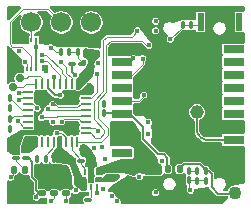
<source format=gbr>
%TF.GenerationSoftware,KiCad,Pcbnew,9.0.6-rc1*%
%TF.CreationDate,2025-12-13T16:16:27+01:00*%
%TF.ProjectId,hardware_V8,68617264-7761-4726-955f-56382e6b6963,rev?*%
%TF.SameCoordinates,Original*%
%TF.FileFunction,Copper,L1,Top*%
%TF.FilePolarity,Positive*%
%FSLAX46Y46*%
G04 Gerber Fmt 4.6, Leading zero omitted, Abs format (unit mm)*
G04 Created by KiCad (PCBNEW 9.0.6-rc1) date 2025-12-13 16:16:27*
%MOMM*%
%LPD*%
G01*
G04 APERTURE LIST*
G04 Aperture macros list*
%AMRoundRect*
0 Rectangle with rounded corners*
0 $1 Rounding radius*
0 $2 $3 $4 $5 $6 $7 $8 $9 X,Y pos of 4 corners*
0 Add a 4 corners polygon primitive as box body*
4,1,4,$2,$3,$4,$5,$6,$7,$8,$9,$2,$3,0*
0 Add four circle primitives for the rounded corners*
1,1,$1+$1,$2,$3*
1,1,$1+$1,$4,$5*
1,1,$1+$1,$6,$7*
1,1,$1+$1,$8,$9*
0 Add four rect primitives between the rounded corners*
20,1,$1+$1,$2,$3,$4,$5,0*
20,1,$1+$1,$4,$5,$6,$7,0*
20,1,$1+$1,$6,$7,$8,$9,0*
20,1,$1+$1,$8,$9,$2,$3,0*%
G04 Aperture macros list end*
%TA.AperFunction,ComponentPad*%
%ADD10C,1.150000*%
%TD*%
%TA.AperFunction,ComponentPad*%
%ADD11C,1.100000*%
%TD*%
%TA.AperFunction,SMDPad,CuDef*%
%ADD12RoundRect,0.135000X0.135000X0.185000X-0.135000X0.185000X-0.135000X-0.185000X0.135000X-0.185000X0*%
%TD*%
%TA.AperFunction,SMDPad,CuDef*%
%ADD13R,0.550000X1.500000*%
%TD*%
%TA.AperFunction,SMDPad,CuDef*%
%ADD14R,1.000000X1.000000*%
%TD*%
%TA.AperFunction,SMDPad,CuDef*%
%ADD15RoundRect,0.062500X0.062500X-0.375000X0.062500X0.375000X-0.062500X0.375000X-0.062500X-0.375000X0*%
%TD*%
%TA.AperFunction,SMDPad,CuDef*%
%ADD16RoundRect,0.062500X0.375000X-0.062500X0.375000X0.062500X-0.375000X0.062500X-0.375000X-0.062500X0*%
%TD*%
%TA.AperFunction,SMDPad,CuDef*%
%ADD17RoundRect,0.100000X-0.100000X0.217500X-0.100000X-0.217500X0.100000X-0.217500X0.100000X0.217500X0*%
%TD*%
%TA.AperFunction,ComponentPad*%
%ADD18R,1.700000X1.700000*%
%TD*%
%TA.AperFunction,ComponentPad*%
%ADD19C,1.700000*%
%TD*%
%TA.AperFunction,SMDPad,CuDef*%
%ADD20C,0.700000*%
%TD*%
%TA.AperFunction,SMDPad,CuDef*%
%ADD21RoundRect,0.100000X0.100000X-0.217500X0.100000X0.217500X-0.100000X0.217500X-0.100000X-0.217500X0*%
%TD*%
%TA.AperFunction,SMDPad,CuDef*%
%ADD22RoundRect,0.100000X-0.217500X-0.100000X0.217500X-0.100000X0.217500X0.100000X-0.217500X0.100000X0*%
%TD*%
%TA.AperFunction,SMDPad,CuDef*%
%ADD23RoundRect,0.100000X0.217500X0.100000X-0.217500X0.100000X-0.217500X-0.100000X0.217500X-0.100000X0*%
%TD*%
%TA.AperFunction,SMDPad,CuDef*%
%ADD24RoundRect,0.147500X-0.147500X-0.172500X0.147500X-0.172500X0.147500X0.172500X-0.147500X0.172500X0*%
%TD*%
%TA.AperFunction,SMDPad,CuDef*%
%ADD25RoundRect,0.147500X-0.172500X0.147500X-0.172500X-0.147500X0.172500X-0.147500X0.172500X0.147500X0*%
%TD*%
%TA.AperFunction,SMDPad,CuDef*%
%ADD26R,0.240000X0.450000*%
%TD*%
%TA.AperFunction,SMDPad,CuDef*%
%ADD27R,0.500000X0.470000*%
%TD*%
%TA.AperFunction,SMDPad,CuDef*%
%ADD28R,1.800000X0.700000*%
%TD*%
%TA.AperFunction,SMDPad,CuDef*%
%ADD29R,1.800000X0.800000*%
%TD*%
%TA.AperFunction,SMDPad,CuDef*%
%ADD30R,0.250000X0.550000*%
%TD*%
%TA.AperFunction,SMDPad,CuDef*%
%ADD31R,0.200000X0.550000*%
%TD*%
%TA.AperFunction,SMDPad,CuDef*%
%ADD32R,0.600000X0.300000*%
%TD*%
%TA.AperFunction,SMDPad,CuDef*%
%ADD33RoundRect,0.140000X0.170000X-0.140000X0.170000X0.140000X-0.170000X0.140000X-0.170000X-0.140000X0*%
%TD*%
%TA.AperFunction,SMDPad,CuDef*%
%ADD34RoundRect,0.140000X-0.170000X0.140000X-0.170000X-0.140000X0.170000X-0.140000X0.170000X0.140000X0*%
%TD*%
%TA.AperFunction,ViaPad*%
%ADD35C,0.400000*%
%TD*%
%TA.AperFunction,Conductor*%
%ADD36C,0.189720*%
%TD*%
%TA.AperFunction,Conductor*%
%ADD37C,0.120000*%
%TD*%
%TA.AperFunction,Conductor*%
%ADD38C,0.200000*%
%TD*%
G04 APERTURE END LIST*
D10*
%TO.P,U3,1,IN*%
%TO.N,Net-(IC4-RF_IN)*%
X110200000Y-100600000D03*
%TD*%
D11*
%TO.P,TP1,1,1*%
%TO.N,GND*%
X113450000Y-105800000D03*
%TD*%
%TO.P,TP2,1,1*%
%TO.N,BAT+*%
X113450000Y-107450000D03*
%TD*%
D12*
%TO.P,R8,1*%
%TO.N,BAT+*%
X108760000Y-105400000D03*
%TO.P,R8,2*%
%TO.N,Net-(IC4-V_BCKP)*%
X107740000Y-105400000D03*
%TD*%
D13*
%TO.P,SW4,1,1*%
%TO.N,Net-(U1-PH3)*%
X110525000Y-92950000D03*
%TO.P,SW4,2,2*%
%TO.N,+3.3V*%
X113775000Y-92950000D03*
%TD*%
D14*
%TO.P,U1,33,VSS*%
%TO.N,GND*%
X97117500Y-101870000D03*
X99557500Y-101870000D03*
X99557500Y-99430000D03*
X97117500Y-99430000D03*
D15*
%TO.P,U1,1,VDD*%
%TO.N,+3.3V*%
X96587500Y-103087500D03*
%TO.P,U1,2,PC14*%
%TO.N,unconnected-(U1-PC14-Pad2)*%
X97087500Y-103087500D03*
%TO.P,U1,3,PC15*%
%TO.N,unconnected-(U1-PC15-Pad3)*%
X97587500Y-103087500D03*
%TO.P,U1,4,NRST*%
%TO.N,/NRST*%
X98087500Y-103087500D03*
%TO.P,U1,5,VDDA*%
%TO.N,+3.3V*%
X98587500Y-103087500D03*
%TO.P,U1,6,PA0*%
%TO.N,/B_PW*%
X99087500Y-103087500D03*
%TO.P,U1,7,PA1*%
%TO.N,/GPS_EN*%
X99587500Y-103087500D03*
%TO.P,U1,8,PA2*%
%TO.N,/GPS_RX*%
X100087500Y-103087500D03*
D16*
%TO.P,U1,9,PA3*%
%TO.N,/GPS_TX*%
X100775000Y-102400000D03*
%TO.P,U1,10,PA4*%
%TO.N,/AUX_EN*%
X100775000Y-101900000D03*
%TO.P,U1,11,PA5*%
%TO.N,/SPI_CLK*%
X100775000Y-101400000D03*
%TO.P,U1,12,PA6*%
%TO.N,/SPI_MISO*%
X100775000Y-100900000D03*
%TO.P,U1,13,PA7*%
%TO.N,/SPI_MOSI*%
X100775000Y-100400000D03*
%TO.P,U1,14,PB0*%
%TO.N,/ADC_BAT*%
X100775000Y-99900000D03*
%TO.P,U1,15,PB1*%
%TO.N,/SPI_CS*%
X100775000Y-99400000D03*
%TO.P,U1,16,VSS*%
%TO.N,GND*%
X100775000Y-98900000D03*
D15*
%TO.P,U1,17,VDD*%
%TO.N,+3.3V*%
X100087500Y-98212500D03*
%TO.P,U1,18,PA8*%
%TO.N,/GPS_EXTINT*%
X99587500Y-98212500D03*
%TO.P,U1,19,PA9*%
%TO.N,/OLED_SCL*%
X99087500Y-98212500D03*
%TO.P,U1,20,PA10*%
%TO.N,/OLED_SDA*%
X98587500Y-98212500D03*
%TO.P,U1,21,PA11*%
%TO.N,/D-*%
X98087500Y-98212500D03*
%TO.P,U1,22,PA12*%
%TO.N,/D+*%
X97587500Y-98212500D03*
%TO.P,U1,23,PA13*%
%TO.N,/SWDIO*%
X97087500Y-98212500D03*
%TO.P,U1,24,PA14*%
%TO.N,/SWCLK*%
X96587500Y-98212500D03*
D16*
%TO.P,U1,25,PA15*%
%TO.N,/B1*%
X95900000Y-98900000D03*
%TO.P,U1,26,PB3*%
%TO.N,/GPIO_SUP*%
X95900000Y-99400000D03*
%TO.P,U1,27,PB4*%
%TO.N,/USB_DETECT*%
X95900000Y-99900000D03*
%TO.P,U1,28,PB5*%
%TO.N,Net-(U1-PB5)*%
X95900000Y-100400000D03*
%TO.P,U1,29,PB6*%
%TO.N,Net-(U1-PB6)*%
X95900000Y-100900000D03*
%TO.P,U1,30,PB7*%
%TO.N,unconnected-(U1-PB7-Pad30)*%
X95900000Y-101400000D03*
%TO.P,U1,31,PH3*%
%TO.N,Net-(U1-PH3)*%
X95900000Y-101900000D03*
%TO.P,U1,32,VSS*%
%TO.N,GND*%
X95900000Y-102400000D03*
%TD*%
D17*
%TO.P,R1,2*%
%TO.N,Net-(LEDGREEN1-A)*%
X94400000Y-100207500D03*
%TO.P,R1,1*%
%TO.N,Net-(U1-PB5)*%
X94400000Y-99392500D03*
%TD*%
D18*
%TO.P,U4,1,GND*%
%TO.N,GND*%
X103810000Y-93000000D03*
D19*
%TO.P,U4,2,VCC*%
%TO.N,3.3V_AUX*%
X101270000Y-93000000D03*
%TO.P,U4,3,SCK*%
%TO.N,/OLED_SCL*%
X98730000Y-93000000D03*
%TO.P,U4,4,SDA*%
%TO.N,/OLED_SDA*%
X96190000Y-93000000D03*
%TO.P,U4,5,GND*%
%TO.N,GND*%
X104500000Y-107000000D03*
%TO.P,U4,6,GND*%
X95500000Y-107000000D03*
%TD*%
D20*
%TO.P,TP4,1,1*%
%TO.N,/SWDIO*%
X95200000Y-97700000D03*
%TD*%
%TO.P,TP3,1,1*%
%TO.N,/SWCLK*%
X94600000Y-98500000D03*
%TD*%
D17*
%TO.P,R23,1*%
%TO.N,Net-(J3-CC1)*%
X96700000Y-104542500D03*
%TO.P,R23,2*%
%TO.N,GND*%
X96700000Y-105357500D03*
%TD*%
D21*
%TO.P,R22,1*%
%TO.N,Net-(J3-CC2)*%
X98700000Y-95475000D03*
%TO.P,R22,2*%
%TO.N,GND*%
X98700000Y-94660000D03*
%TD*%
D22*
%TO.P,R21,1*%
%TO.N,GND*%
X100200000Y-108000000D03*
%TO.P,R21,2*%
%TO.N,/AUX_EN*%
X101015000Y-108000000D03*
%TD*%
D23*
%TO.P,R20,1*%
%TO.N,GND*%
X101207500Y-104700000D03*
%TO.P,R20,2*%
%TO.N,/GPS_EN*%
X100392500Y-104700000D03*
%TD*%
D17*
%TO.P,R19,1*%
%TO.N,GND*%
X99400000Y-94692500D03*
%TO.P,R19,2*%
%TO.N,/USB_DETECT*%
X99400000Y-95507500D03*
%TD*%
%TO.P,R16,1*%
%TO.N,Net-(C8-Pad2)*%
X110250000Y-105592500D03*
%TO.P,R16,2*%
%TO.N,/ADC_BAT*%
X110250000Y-106407500D03*
%TD*%
%TO.P,R10,1*%
%TO.N,BAT+*%
X110950000Y-105592500D03*
%TO.P,R10,2*%
%TO.N,/ADC_BAT*%
X110950000Y-106407500D03*
%TD*%
D21*
%TO.P,R6,1*%
%TO.N,Net-(U1-PH3)*%
X109000000Y-93207500D03*
%TO.P,R6,2*%
%TO.N,GND*%
X109000000Y-92392500D03*
%TD*%
D22*
%TO.P,R4,1*%
%TO.N,Net-(LEDRED1-A)*%
X94892500Y-104500000D03*
%TO.P,R4,2*%
%TO.N,vusb*%
X95707500Y-104500000D03*
%TD*%
D23*
%TO.P,R3,1*%
%TO.N,/USB_DETECT*%
X100440000Y-96500000D03*
%TO.P,R3,2*%
%TO.N,vusb*%
X99625000Y-96500000D03*
%TD*%
D17*
%TO.P,R2,1*%
%TO.N,Net-(U1-PB6)*%
X94400000Y-101192500D03*
%TO.P,R2,2*%
%TO.N,Net-(LEDBLUE1-A)*%
X94400000Y-102007500D03*
%TD*%
D24*
%TO.P,LEDRED1,1,K*%
%TO.N,Net-(IC5-~{CHRG})*%
X94715000Y-105470000D03*
%TO.P,LEDRED1,2,A*%
%TO.N,Net-(LEDRED1-A)*%
X95685000Y-105470000D03*
%TD*%
D25*
%TO.P,LEDGREEN1,1,K*%
%TO.N,GND*%
X99100000Y-106515000D03*
%TO.P,LEDGREEN1,2,A*%
%TO.N,Net-(LEDGREEN1-A)*%
X99100000Y-107485000D03*
%TD*%
%TO.P,LEDBLUE1,1,K*%
%TO.N,GND*%
X98100000Y-106515000D03*
%TO.P,LEDBLUE1,2,A*%
%TO.N,Net-(LEDBLUE1-A)*%
X98100000Y-107485000D03*
%TD*%
D26*
%TO.P,J2,1,1*%
%TO.N,3.3V_AUX*%
X96600000Y-94475000D03*
%TO.P,J2,2,2*%
%TO.N,/OLED_SDA*%
X96200000Y-94475000D03*
%TO.P,J2,3,3*%
%TO.N,GND*%
X95800000Y-94475000D03*
%TO.P,J2,4,4*%
%TO.N,/GPIO_SUP*%
X95800000Y-96925000D03*
%TO.P,J2,5,5*%
%TO.N,/OLED_SCL*%
X96200000Y-96925000D03*
%TO.P,J2,6,6*%
%TO.N,3.3V_AUX*%
X96600000Y-96925000D03*
D27*
%TO.P,J2,7,7*%
%TO.N,GND*%
X97350000Y-94505000D03*
%TO.P,J2,8,8*%
X95050000Y-94505000D03*
%TO.P,J2,9,9*%
X95050000Y-96895000D03*
%TO.P,J2,10,10*%
X97350000Y-96895000D03*
%TD*%
D28*
%TO.P,IC4,1,GND_1*%
%TO.N,GND*%
X103827500Y-95237500D03*
D29*
%TO.P,IC4,2,TXD*%
%TO.N,Net-(IC4-TXD)*%
X103827500Y-96337500D03*
%TO.P,IC4,3,RXD*%
%TO.N,Net-(IC4-RXD)*%
X103827500Y-97437500D03*
%TO.P,IC4,4,TIMEPULSE*%
%TO.N,unconnected-(IC4-TIMEPULSE-Pad4)*%
X103827500Y-98537500D03*
%TO.P,IC4,5,EXTINT*%
%TO.N,/GPS_EXTINT*%
X103827500Y-99637500D03*
%TO.P,IC4,6,V_BCKP*%
%TO.N,Net-(IC4-V_BCKP)*%
X103827500Y-100737500D03*
%TO.P,IC4,7,V_IO*%
%TO.N,3.3V_GPS*%
X103827500Y-101837500D03*
%TO.P,IC4,8,VCC*%
X103827500Y-102937500D03*
D28*
%TO.P,IC4,9,RESET_N*%
%TO.N,unconnected-(IC4-RESET_N-Pad9)*%
X103827500Y-104037500D03*
%TO.P,IC4,10,GND_2*%
%TO.N,GND*%
X113327500Y-104037500D03*
D29*
%TO.P,IC4,11,RF_IN*%
%TO.N,Net-(IC4-RF_IN)*%
X113327500Y-102937500D03*
%TO.P,IC4,12,GND_3*%
%TO.N,GND*%
X113327500Y-101837500D03*
%TO.P,IC4,13,LNA_EN*%
%TO.N,unconnected-(IC4-LNA_EN-Pad13)*%
X113327500Y-100737500D03*
%TO.P,IC4,14,VCC_RF*%
%TO.N,unconnected-(IC4-VCC_RF-Pad14)*%
X113327500Y-99637500D03*
%TO.P,IC4,15,RESERVED*%
%TO.N,unconnected-(IC4-RESERVED-Pad15)*%
X113327500Y-98537500D03*
%TO.P,IC4,16,SDA*%
%TO.N,unconnected-(IC4-SDA-Pad16)*%
X113327500Y-97437500D03*
%TO.P,IC4,17,SCL*%
%TO.N,unconnected-(IC4-SCL-Pad17)*%
X113327500Y-96337500D03*
D28*
%TO.P,IC4,18,SAFEBOOT_N*%
%TO.N,unconnected-(IC4-SAFEBOOT_N-Pad18)*%
X113327500Y-95237500D03*
%TD*%
D30*
%TO.P,IC1,1,VIN1*%
%TO.N,+3.3V*%
X100750000Y-106975000D03*
D31*
%TO.P,IC1,2,ON1*%
%TO.N,/AUX_EN*%
X101250000Y-106975000D03*
D30*
%TO.P,IC1,3,SR*%
%TO.N,+3.3V*%
X101750000Y-106975000D03*
D32*
%TO.P,IC1,4,VOUT1*%
%TO.N,3.3V_AUX*%
X101900000Y-106300000D03*
D30*
%TO.P,IC1,5,VOUT2*%
%TO.N,3.3V_GPS*%
X101750000Y-105625000D03*
D31*
%TO.P,IC1,6,GND*%
%TO.N,GND*%
X101250000Y-105625000D03*
D30*
%TO.P,IC1,7,ON2*%
%TO.N,/GPS_EN*%
X100750000Y-105625000D03*
D32*
%TO.P,IC1,8,VIN2*%
%TO.N,+3.3V*%
X100600000Y-106300000D03*
%TD*%
D33*
%TO.P,C29,1*%
%TO.N,vusb*%
X97100000Y-107480000D03*
%TO.P,C29,2*%
%TO.N,GND*%
X97100000Y-106520000D03*
%TD*%
D34*
%TO.P,C28,1*%
%TO.N,3.3V_GPS*%
X106800000Y-105520000D03*
%TO.P,C28,2*%
%TO.N,GND*%
X106800000Y-106480000D03*
%TD*%
D21*
%TO.P,C27,1*%
%TO.N,GND*%
X97400000Y-105357500D03*
%TO.P,C27,2*%
%TO.N,/NRST*%
X97400000Y-104542500D03*
%TD*%
D17*
%TO.P,C26,1*%
%TO.N,3.3V_GPS*%
X105900000Y-105592500D03*
%TO.P,C26,2*%
%TO.N,GND*%
X105900000Y-106407500D03*
%TD*%
D21*
%TO.P,C25,1*%
%TO.N,Net-(IC4-V_BCKP)*%
X102340000Y-100707500D03*
%TO.P,C25,2*%
%TO.N,GND*%
X102340000Y-99892500D03*
%TD*%
D34*
%TO.P,C19,1*%
%TO.N,GND*%
X101700000Y-94620000D03*
%TO.P,C19,2*%
%TO.N,+3.3V*%
X101700000Y-95580000D03*
%TD*%
D21*
%TO.P,C18,1*%
%TO.N,Net-(U1-PH3)*%
X109700000Y-93207500D03*
%TO.P,C18,2*%
%TO.N,GND*%
X109700000Y-92392500D03*
%TD*%
D33*
%TO.P,C16,1*%
%TO.N,GND*%
X99000000Y-105380000D03*
%TO.P,C16,2*%
%TO.N,+3.3V*%
X99000000Y-104420000D03*
%TD*%
D21*
%TO.P,C15,1*%
%TO.N,GND*%
X98100000Y-105357500D03*
%TO.P,C15,2*%
%TO.N,+3.3V*%
X98100000Y-104542500D03*
%TD*%
%TO.P,C14,1*%
%TO.N,/USB_DETECT*%
X100100000Y-95507500D03*
%TO.P,C14,2*%
%TO.N,GND*%
X100100000Y-94692500D03*
%TD*%
D17*
%TO.P,C13,1*%
%TO.N,GND*%
X100800000Y-94692500D03*
%TO.P,C13,2*%
%TO.N,+3.3V*%
X100800000Y-95507500D03*
%TD*%
D22*
%TO.P,C10,1*%
%TO.N,GND*%
X94892500Y-103800000D03*
%TO.P,C10,2*%
%TO.N,+3.3V*%
X95707500Y-103800000D03*
%TD*%
D21*
%TO.P,C8,1*%
%TO.N,/ADC_BAT*%
X109550000Y-106375000D03*
%TO.P,C8,2*%
%TO.N,Net-(C8-Pad2)*%
X109550000Y-105560000D03*
%TD*%
D35*
%TO.N,GND*%
X109650000Y-101900000D03*
X110750000Y-102000000D03*
X109516343Y-101329803D03*
X109207180Y-100719615D03*
X109362568Y-100053458D03*
X109909801Y-99643034D03*
X110592820Y-99680385D03*
X111092035Y-100148034D03*
X111173857Y-100827163D03*
X110800000Y-101400000D03*
X110200000Y-96750000D03*
X111700000Y-97400000D03*
X111550000Y-98550000D03*
X110000000Y-98050000D03*
X108750000Y-97600000D03*
X108700000Y-96250000D03*
X107400000Y-97000000D03*
X107600000Y-98900000D03*
X107750000Y-100900000D03*
X108300000Y-102500000D03*
X109950000Y-103950000D03*
X108600000Y-104050000D03*
X107450000Y-103350000D03*
X106450000Y-100000000D03*
X106450000Y-95900000D03*
X112000000Y-96000000D03*
X112400000Y-104000000D03*
X112000000Y-103550000D03*
X111350000Y-103450000D03*
X110650000Y-103400000D03*
X110100000Y-103050000D03*
X109750000Y-102550000D03*
X112400000Y-101850000D03*
X111850000Y-102350000D03*
X111200000Y-102350000D03*
X112500000Y-105200000D03*
X114000000Y-106500000D03*
X94350000Y-108100000D03*
X111700000Y-104850000D03*
X111950000Y-105750000D03*
X108200000Y-105900000D03*
X101750000Y-94950000D03*
X94400000Y-103700000D03*
X94350000Y-103050000D03*
X95000000Y-102600000D03*
X101207500Y-104700000D03*
X95150000Y-95450000D03*
X94400000Y-95450000D03*
X99780000Y-108120000D03*
X105110000Y-100150000D03*
X105090000Y-99140000D03*
X106570000Y-103210000D03*
X105720000Y-99860000D03*
X105650000Y-98060000D03*
X105660000Y-97200000D03*
X103827500Y-95237500D03*
X105890000Y-93670000D03*
X105070000Y-92610000D03*
X107320000Y-94040000D03*
X106820000Y-94980000D03*
X108775000Y-94250000D03*
X111225000Y-94250000D03*
X112100000Y-94580000D03*
X113820000Y-94450000D03*
X113110000Y-91980000D03*
X111850000Y-92300000D03*
X108150000Y-92300000D03*
X106350000Y-91920000D03*
X94460000Y-91920000D03*
X97060000Y-92200000D03*
X99940000Y-93440000D03*
X99970000Y-92450000D03*
X102500000Y-93420000D03*
X102510000Y-92540000D03*
X98100000Y-106515000D03*
X98560000Y-105950000D03*
X97800000Y-105970000D03*
X103120000Y-107010000D03*
X100620000Y-103630000D03*
X94360000Y-96920000D03*
X95030000Y-96250000D03*
X94880000Y-93900000D03*
X94880000Y-93120000D03*
%TO.N,Net-(IC5-~{CHRG})*%
X94450000Y-106100000D03*
%TO.N,/GPS_TX*%
X105170000Y-93710000D03*
%TO.N,/GPS_RX*%
X106140000Y-94930000D03*
%TO.N,Net-(IC4-RXD)*%
X105630000Y-96070000D03*
%TO.N,Net-(IC4-TXD)*%
X104830000Y-96050000D03*
%TO.N,+3.3V*%
X106710000Y-107400000D03*
%TO.N,/GPIO_SUP*%
X95670000Y-96360000D03*
%TO.N,GND*%
X97390000Y-97140000D03*
%TO.N,vusb*%
X99890000Y-97480000D03*
%TO.N,+3.3V*%
X106700000Y-92900000D03*
%TO.N,Net-(J3-CC1)*%
X96700000Y-104492500D03*
%TO.N,GND*%
X98100000Y-105307500D03*
X99000000Y-105380000D03*
%TO.N,/B_PW*%
X98320000Y-102370000D03*
%TO.N,GND*%
X113327500Y-104037500D03*
X113327500Y-101837500D03*
%TO.N,3.3V_AUX*%
X103440000Y-106040000D03*
%TO.N,+3.3V*%
X102450000Y-104570000D03*
%TO.N,3.3V_AUX*%
X102160000Y-103590000D03*
X101480000Y-103600000D03*
%TO.N,Net-(U2-EN)*%
X105340000Y-106060000D03*
X102270000Y-107090000D03*
%TO.N,/SWCLK*%
X94600000Y-98500000D03*
%TO.N,/SWDIO*%
X95200000Y-97700000D03*
%TO.N,/SPI_CLK*%
X106090000Y-102450000D03*
%TO.N,/SPI_MOSI*%
X106100000Y-101450000D03*
%TO.N,/OLED_SCL*%
X97120000Y-95730000D03*
%TO.N,/OLED_SDA*%
X97050000Y-96310000D03*
%TO.N,3.3V_AUX*%
X96600000Y-95090000D03*
%TO.N,BAT+*%
X103450000Y-108160000D03*
X103000000Y-107680000D03*
%TO.N,+3.3V*%
X100310000Y-106780000D03*
X100030000Y-106050000D03*
X101750000Y-107420000D03*
%TO.N,/GPS_EXTINT*%
X105710000Y-99140000D03*
%TO.N,GND*%
X97117500Y-101870000D03*
X97117500Y-99430000D03*
X102340000Y-99892500D03*
X100960000Y-98510000D03*
%TO.N,+3.3V*%
X100620000Y-97870000D03*
X100680000Y-97290000D03*
%TO.N,/USB_DETECT*%
X100680000Y-96320000D03*
%TO.N,/GPS_EXTINT*%
X98730000Y-96370000D03*
%TO.N,vusb*%
X98010000Y-101430000D03*
%TO.N,Net-(J3-CC2)*%
X97810000Y-95150000D03*
%TO.N,Net-(U1-PH3)*%
X107950000Y-94420000D03*
%TO.N,+3.3V*%
X113825000Y-92900000D03*
%TO.N,/B1*%
X106700000Y-93715000D03*
%TO.N,/B_PW*%
X107220000Y-104720000D03*
%TO.N,GND*%
X108150000Y-107550000D03*
X111100000Y-107350000D03*
%TO.N,/ADC_BAT*%
X109660000Y-107210000D03*
%TO.N,/D+*%
X98630000Y-99170000D03*
%TO.N,/USB_DETECT*%
X96675000Y-100265000D03*
%TO.N,/ADC_BAT*%
X97980000Y-99940000D03*
%TO.N,/SPI_MOSI*%
X97590000Y-100310000D03*
%TO.N,/SPI_MISO*%
X97060000Y-101040000D03*
%TO.N,/SPI_CLK*%
X98745000Y-101415000D03*
%TO.N,/D-*%
X98090000Y-97620000D03*
%TO.N,/SPI_MISO*%
X101830000Y-96450000D03*
%TO.N,/SPI_CS*%
X101740000Y-97390000D03*
%TO.N,/AUX_EN*%
X101815000Y-102175000D03*
X101015000Y-108000000D03*
%TO.N,Net-(IC5-~{CHRG})*%
X99940000Y-107230000D03*
%TO.N,vusb*%
X96600000Y-107790000D03*
%TO.N,Net-(LEDBLUE1-A)*%
X97820000Y-108120000D03*
%TO.N,Net-(LEDGREEN1-A)*%
X99100000Y-108130000D03*
%TO.N,+3.3V*%
X95710000Y-103410000D03*
X96140000Y-102930000D03*
%TO.N,Net-(U1-PH3)*%
X95070000Y-101320000D03*
%TO.N,Net-(LEDBLUE1-A)*%
X94400000Y-102007500D03*
%TO.N,Net-(LEDGREEN1-A)*%
X94400000Y-100207500D03*
%TO.N,/GPIO_SUP*%
X95150000Y-99550000D03*
%TO.N,/B1*%
X95170000Y-98970000D03*
%TO.N,3.3V_AUX*%
X102720000Y-106040000D03*
%TD*%
D36*
%TO.N,Net-(IC4-RF_IN)*%
X110200000Y-102050299D02*
X110200000Y-100600000D01*
X110565079Y-102765081D02*
X110447273Y-102647274D01*
X113327500Y-102937500D02*
X110981332Y-102937500D01*
X110981332Y-102937500D02*
G75*
G02*
X110565056Y-102765104I-32J588700D01*
G01*
X110447273Y-102647274D02*
G75*
G02*
X110200014Y-102050299I597027J596974D01*
G01*
D37*
%TO.N,/ADC_BAT*%
X109550000Y-107100000D02*
X109660000Y-107210000D01*
X109550000Y-106375000D02*
X109550000Y-107100000D01*
D38*
%TO.N,Net-(IC4-V_BCKP)*%
X107690000Y-105350000D02*
X107740000Y-105400000D01*
X107690000Y-104440000D02*
X107690000Y-105350000D01*
X107400000Y-104150000D02*
X107690000Y-104440000D01*
X106900000Y-104150000D02*
X107400000Y-104150000D01*
X105650000Y-102900000D02*
X106900000Y-104150000D01*
X105650000Y-101850000D02*
X105650000Y-102900000D01*
X104537500Y-100737500D02*
X105650000Y-101850000D01*
X103827500Y-100737500D02*
X104537500Y-100737500D01*
%TO.N,BAT+*%
X110800000Y-105442500D02*
X110950000Y-105592500D01*
X110800000Y-105350000D02*
X110800000Y-105442500D01*
X110450000Y-105000000D02*
X110800000Y-105350000D01*
X109150000Y-105000000D02*
X110450000Y-105000000D01*
X108760000Y-105390000D02*
X109150000Y-105000000D01*
X108760000Y-105400000D02*
X108760000Y-105390000D01*
D37*
%TO.N,Net-(C8-Pad2)*%
X110217500Y-105560000D02*
X110250000Y-105592500D01*
X109550000Y-105560000D02*
X110217500Y-105560000D01*
%TO.N,/ADC_BAT*%
X110917500Y-106375000D02*
X110950000Y-106407500D01*
X109550000Y-106375000D02*
X110917500Y-106375000D01*
D38*
%TO.N,BAT+*%
X113320000Y-107500000D02*
X113360000Y-107540000D01*
X111985000Y-107500000D02*
X113320000Y-107500000D01*
X111450000Y-105800000D02*
X111450000Y-106965000D01*
X111450000Y-106965000D02*
X111985000Y-107500000D01*
X111210000Y-105560000D02*
X111450000Y-105800000D01*
X110950000Y-105592500D02*
X110982500Y-105560000D01*
X110982500Y-105560000D02*
X111210000Y-105560000D01*
D37*
%TO.N,Net-(U1-PH3)*%
X110190000Y-93210000D02*
X110187500Y-93207500D01*
X110187500Y-93207500D02*
X109700000Y-93207500D01*
X110525000Y-92950000D02*
X110450000Y-92950000D01*
X110450000Y-92950000D02*
X110190000Y-93210000D01*
%TO.N,/NRST*%
X97400000Y-104190000D02*
X97400000Y-104542500D01*
X98087500Y-103087500D02*
X98087500Y-103502500D01*
X98087500Y-103502500D02*
X97400000Y-104190000D01*
%TO.N,Net-(LEDRED1-A)*%
X94892500Y-104747500D02*
X94892500Y-104500000D01*
X95582500Y-105437500D02*
X94892500Y-104747500D01*
%TO.N,Net-(IC5-~{CHRG})*%
X94612500Y-105572500D02*
X94612500Y-105937500D01*
X94612500Y-105937500D02*
X94450000Y-106100000D01*
%TO.N,Net-(LEDRED1-A)*%
X95685000Y-105470000D02*
X95652500Y-105437500D01*
%TO.N,Net-(IC5-~{CHRG})*%
X94715000Y-105470000D02*
X94612500Y-105572500D01*
%TO.N,Net-(LEDRED1-A)*%
X95652500Y-105437500D02*
X95582500Y-105437500D01*
D38*
%TO.N,vusb*%
X96580000Y-107220000D02*
X96840000Y-107480000D01*
X96580000Y-106440000D02*
X96580000Y-107220000D01*
X96250000Y-104800000D02*
X96250000Y-106110000D01*
X96250000Y-106110000D02*
X96580000Y-106440000D01*
X95950000Y-104500000D02*
X96250000Y-104800000D01*
X95707500Y-104500000D02*
X95950000Y-104500000D01*
D37*
%TO.N,/SPI_MOSI*%
X97680000Y-100400000D02*
X100775000Y-100400000D01*
X97590000Y-100310000D02*
X97680000Y-100400000D01*
%TO.N,/SPI_MISO*%
X98440000Y-100900000D02*
X100775000Y-100900000D01*
X98300000Y-101040000D02*
X98440000Y-100900000D01*
X97060000Y-101040000D02*
X98300000Y-101040000D01*
%TO.N,/USB_DETECT*%
X96310000Y-99900000D02*
X95900000Y-99900000D01*
X96675000Y-100265000D02*
X96310000Y-99900000D01*
%TO.N,/ADC_BAT*%
X98430000Y-100170000D02*
X100090000Y-100170000D01*
X98210000Y-99950000D02*
X98430000Y-100170000D01*
X98190000Y-99970000D02*
X98210000Y-99950000D01*
X100360000Y-99900000D02*
X100775000Y-99900000D01*
X98010000Y-99970000D02*
X98190000Y-99970000D01*
X100090000Y-100170000D02*
X100360000Y-99900000D01*
X97980000Y-99940000D02*
X98010000Y-99970000D01*
%TO.N,/B_PW*%
X99087500Y-102717500D02*
X99087500Y-103087500D01*
X98740000Y-102370000D02*
X99087500Y-102717500D01*
X98320000Y-102370000D02*
X98740000Y-102370000D01*
%TO.N,/GPS_RX*%
X102082500Y-103087500D02*
X100087500Y-103087500D01*
X102660000Y-102510000D02*
X102082500Y-103087500D01*
X101790000Y-101090000D02*
X102660000Y-101960000D01*
X102550000Y-98900000D02*
X101790000Y-99660000D01*
X101790000Y-99660000D02*
X101790000Y-101090000D01*
X102550000Y-94950000D02*
X102550000Y-98900000D01*
X105577500Y-94580000D02*
X102920000Y-94580000D01*
X105927500Y-94930000D02*
X105577500Y-94580000D01*
X106140000Y-94930000D02*
X105927500Y-94930000D01*
X102660000Y-101960000D02*
X102660000Y-102510000D01*
X102920000Y-94580000D02*
X102550000Y-94950000D01*
%TO.N,/GPS_TX*%
X104680000Y-94200000D02*
X105170000Y-93710000D01*
X102600000Y-94200000D02*
X104680000Y-94200000D01*
%TO.N,Net-(IC4-RXD)*%
X105500000Y-96670000D02*
X105630000Y-96540000D01*
X104732500Y-97437500D02*
X105500000Y-96670000D01*
X105630000Y-96540000D02*
X105630000Y-96070000D01*
X103827500Y-97437500D02*
X104732500Y-97437500D01*
%TO.N,Net-(IC4-TXD)*%
X104542500Y-96337500D02*
X104830000Y-96050000D01*
X103827500Y-96337500D02*
X104542500Y-96337500D01*
%TO.N,/GPS_TX*%
X101590000Y-102750000D02*
X101240000Y-102400000D01*
X101240000Y-102400000D02*
X100775000Y-102400000D01*
X102010000Y-102750000D02*
X101590000Y-102750000D01*
X102360000Y-102400000D02*
X102010000Y-102750000D01*
X102360000Y-102120000D02*
X102360000Y-102400000D01*
X101450000Y-101210000D02*
X102360000Y-102120000D01*
X102270000Y-98821126D02*
X101450000Y-99641126D01*
X102270000Y-94530000D02*
X102270000Y-98821126D01*
X102600000Y-94200000D02*
X102270000Y-94530000D01*
X101450000Y-99641126D02*
X101450000Y-101210000D01*
%TO.N,/GPIO_SUP*%
X95800000Y-96490000D02*
X95670000Y-96360000D01*
X95800000Y-96925000D02*
X95800000Y-96490000D01*
D38*
%TO.N,vusb*%
X99625000Y-96500000D02*
X99625000Y-97215000D01*
X99625000Y-97215000D02*
X99890000Y-97480000D01*
D37*
%TO.N,/OLED_SCL*%
X97450000Y-95730000D02*
X97120000Y-95730000D01*
X99087500Y-97617500D02*
X98780000Y-97310000D01*
X98780000Y-97310000D02*
X98780000Y-97060000D01*
X98780000Y-97060000D02*
X97450000Y-95730000D01*
X99087500Y-98212500D02*
X99087500Y-97617500D01*
%TO.N,/GPS_EXTINT*%
X99587500Y-97727500D02*
X99587500Y-98212500D01*
X99140000Y-97280000D02*
X99587500Y-97727500D01*
X99140000Y-96780000D02*
X99140000Y-97280000D01*
X98730000Y-96370000D02*
X99140000Y-96780000D01*
%TO.N,Net-(U1-PH3)*%
X95100000Y-101430000D02*
X95570000Y-101900000D01*
X95100000Y-101350000D02*
X95100000Y-101430000D01*
X95070000Y-101320000D02*
X95100000Y-101350000D01*
X95570000Y-101900000D02*
X95900000Y-101900000D01*
%TO.N,/SPI_CLK*%
X100400000Y-101400000D02*
X100775000Y-101400000D01*
X100180000Y-101180000D02*
X100400000Y-101400000D01*
X98960000Y-101180000D02*
X100180000Y-101180000D01*
X98745000Y-101395000D02*
X98960000Y-101180000D01*
X98745000Y-101415000D02*
X98745000Y-101395000D01*
%TO.N,/OLED_SDA*%
X97550000Y-96310000D02*
X97050000Y-96310000D01*
X97810000Y-96570000D02*
X97550000Y-96310000D01*
X98587500Y-97467500D02*
X98100000Y-96980000D01*
X98587500Y-98212500D02*
X98587500Y-97467500D01*
X98100000Y-96980000D02*
X97810000Y-96690000D01*
X97810000Y-96690000D02*
X97810000Y-96570000D01*
D38*
%TO.N,3.3V_AUX*%
X96600000Y-95090000D02*
X96600000Y-96925000D01*
X96600000Y-94475000D02*
X96600000Y-95090000D01*
%TO.N,/D-*%
X98090000Y-97620000D02*
X98090000Y-98210000D01*
X98090000Y-98210000D02*
X98087500Y-98212500D01*
D37*
%TO.N,Net-(J3-CC2)*%
X98305000Y-95475000D02*
X98700000Y-95475000D01*
X97970000Y-95150000D02*
X98300000Y-95480000D01*
X97810000Y-95150000D02*
X97970000Y-95150000D01*
X98300000Y-95480000D02*
X98305000Y-95475000D01*
%TO.N,/OLED_SCL*%
X97570000Y-91840000D02*
X98730000Y-93000000D01*
X95480000Y-91840000D02*
X97570000Y-91840000D01*
X94350000Y-92970000D02*
X95480000Y-91840000D01*
X94350000Y-94820000D02*
X94350000Y-92970000D01*
X94580000Y-95050000D02*
X94350000Y-94820000D01*
X95410000Y-95050000D02*
X94580000Y-95050000D01*
X96200000Y-95840000D02*
X95410000Y-95050000D01*
X96200000Y-96925000D02*
X96200000Y-95840000D01*
%TO.N,/OLED_SDA*%
X96200000Y-93010000D02*
X96190000Y-93000000D01*
X96200000Y-94475000D02*
X96200000Y-93010000D01*
D38*
%TO.N,+3.3V*%
X101750000Y-106975000D02*
X101750000Y-107420000D01*
%TO.N,Net-(IC4-V_BCKP)*%
X103835000Y-100730000D02*
X103827500Y-100737500D01*
X103797500Y-100707500D02*
X103827500Y-100737500D01*
X102340000Y-100707500D02*
X103797500Y-100707500D01*
D37*
%TO.N,/GPS_EXTINT*%
X105710000Y-99240000D02*
X105710000Y-99140000D01*
X105320000Y-99630000D02*
X105710000Y-99240000D01*
X103827500Y-99637500D02*
X103835000Y-99630000D01*
X103835000Y-99630000D02*
X105320000Y-99630000D01*
D38*
%TO.N,GND*%
X100775000Y-98695000D02*
X100960000Y-98510000D01*
X100775000Y-98900000D02*
X100775000Y-98695000D01*
D37*
%TO.N,/USB_DETECT*%
X100500000Y-96500000D02*
X100680000Y-96320000D01*
X100440000Y-96500000D02*
X100500000Y-96500000D01*
%TO.N,/SPI_CS*%
X101230000Y-99400000D02*
X100775000Y-99400000D01*
X101740000Y-97390000D02*
X101740000Y-98890000D01*
X101740000Y-98890000D02*
X101230000Y-99400000D01*
%TO.N,/USB_DETECT*%
X99400000Y-95507500D02*
X100100000Y-95507500D01*
X100100000Y-96030000D02*
X100100000Y-95507500D01*
X100440000Y-96370000D02*
X100100000Y-96030000D01*
X100440000Y-96500000D02*
X100440000Y-96370000D01*
%TO.N,/AUX_EN*%
X101540000Y-101900000D02*
X100775000Y-101900000D01*
X101815000Y-102175000D02*
X101540000Y-101900000D01*
%TO.N,Net-(U1-PH3)*%
X109000000Y-93370000D02*
X107950000Y-94420000D01*
X109000000Y-93207500D02*
X109000000Y-93370000D01*
X109000000Y-93207500D02*
X109700000Y-93207500D01*
D38*
%TO.N,/D+*%
X97587500Y-98537500D02*
X97587500Y-98212500D01*
X98220000Y-99170000D02*
X97587500Y-98537500D01*
X98630000Y-99170000D02*
X98220000Y-99170000D01*
D37*
%TO.N,/ADC_BAT*%
X100640000Y-99900000D02*
X100630000Y-99890000D01*
X100775000Y-99900000D02*
X100640000Y-99900000D01*
%TO.N,/SPI_MOSI*%
X100650000Y-100400000D02*
X100640000Y-100390000D01*
X100775000Y-100400000D02*
X100650000Y-100400000D01*
%TO.N,/SPI_MISO*%
X100775000Y-100900000D02*
X100630000Y-100900000D01*
%TO.N,/SPI_CLK*%
X100775000Y-101400000D02*
X100640000Y-101400000D01*
%TO.N,/GPS_EN*%
X99587500Y-103837500D02*
X99587500Y-103087500D01*
X100392500Y-104642500D02*
X99587500Y-103837500D01*
X100392500Y-104700000D02*
X100392500Y-104642500D01*
X100392500Y-105022500D02*
X100392500Y-104700000D01*
X100750000Y-105380000D02*
X100392500Y-105022500D01*
X100750000Y-105625000D02*
X100750000Y-105380000D01*
%TO.N,/AUX_EN*%
X101250000Y-107765000D02*
X101015000Y-108000000D01*
X101250000Y-106975000D02*
X101250000Y-107765000D01*
D38*
%TO.N,vusb*%
X96600000Y-107720000D02*
X96600000Y-107790000D01*
X96840000Y-107480000D02*
X96600000Y-107720000D01*
D37*
%TO.N,Net-(LEDGREEN1-A)*%
X99100000Y-108130000D02*
X99100000Y-107485000D01*
%TO.N,Net-(LEDBLUE1-A)*%
X98100000Y-107840000D02*
X97820000Y-108120000D01*
X98100000Y-107485000D02*
X98100000Y-107840000D01*
%TO.N,Net-(LEDGREEN1-A)*%
X99100000Y-107485000D02*
X98995000Y-107485000D01*
D38*
%TO.N,vusb*%
X96840000Y-107480000D02*
X97100000Y-107480000D01*
D37*
%TO.N,Net-(U1-PB6)*%
X94692500Y-100900000D02*
X94400000Y-101192500D01*
X95900000Y-100900000D02*
X94692500Y-100900000D01*
%TO.N,Net-(U1-PB5)*%
X95390000Y-100400000D02*
X94400000Y-99410000D01*
X94400000Y-99410000D02*
X94400000Y-99392500D01*
X95900000Y-100400000D02*
X95390000Y-100400000D01*
%TO.N,/GPIO_SUP*%
X95300000Y-99400000D02*
X95150000Y-99550000D01*
X95900000Y-99400000D02*
X95300000Y-99400000D01*
%TO.N,/B1*%
X95240000Y-98900000D02*
X95170000Y-98970000D01*
X95900000Y-98900000D02*
X95240000Y-98900000D01*
%TO.N,/SWCLK*%
X95737500Y-98212500D02*
X95450000Y-98500000D01*
X96587500Y-98212500D02*
X95737500Y-98212500D01*
X95450000Y-98500000D02*
X94600000Y-98500000D01*
%TO.N,/SWDIO*%
X97087500Y-97717500D02*
X97087500Y-98212500D01*
X96930000Y-97580000D02*
X96940000Y-97570000D01*
X95940000Y-97580000D02*
X96930000Y-97580000D01*
X96940000Y-97570000D02*
X97087500Y-97717500D01*
X95820000Y-97700000D02*
X95940000Y-97580000D01*
X95200000Y-97700000D02*
X95820000Y-97700000D01*
%TD*%
%TA.AperFunction,Conductor*%
%TO.N,+3.3V*%
G36*
X96664963Y-102648859D02*
G01*
X96731647Y-102669717D01*
X96776469Y-102723315D01*
X96786761Y-102775423D01*
X96773010Y-103435509D01*
X96771322Y-103440842D01*
X96772308Y-103446348D01*
X96760900Y-103473782D01*
X96751934Y-103502124D01*
X96747064Y-103507059D01*
X96745483Y-103510863D01*
X96719619Y-103534878D01*
X96561704Y-103644203D01*
X96530337Y-103659887D01*
X96499998Y-103670000D01*
X96499998Y-103670001D01*
X96452907Y-103717092D01*
X96435808Y-103731363D01*
X96119999Y-103950000D01*
X96119997Y-103950003D01*
X96067782Y-104009337D01*
X96008716Y-104046660D01*
X95975910Y-104051412D01*
X95435037Y-104056714D01*
X95425436Y-104053997D01*
X95415553Y-104055367D01*
X95392380Y-104044642D01*
X95367808Y-104037688D01*
X95361199Y-104030210D01*
X95352145Y-104026020D01*
X95338449Y-104004469D01*
X95321538Y-103985335D01*
X95319022Y-103973901D01*
X95314669Y-103967051D01*
X95312646Y-103944919D01*
X95309824Y-103932091D01*
X95309870Y-103922912D01*
X95310500Y-103919748D01*
X95310500Y-103798818D01*
X95310502Y-103798424D01*
X95310513Y-103798385D01*
X95310600Y-103794078D01*
X95313118Y-103731363D01*
X95319394Y-103575084D01*
X95324208Y-103545505D01*
X95563560Y-102721068D01*
X95601154Y-102662179D01*
X95664621Y-102632960D01*
X95684811Y-102631663D01*
X96664963Y-102648859D01*
G37*
%TD.AperFunction*%
%TD*%
%TA.AperFunction,Conductor*%
%TO.N,+3.3V*%
G36*
X101105617Y-95259917D02*
G01*
X101114369Y-95260392D01*
X101889394Y-95330057D01*
X101954400Y-95355664D01*
X101995244Y-95412352D01*
X102002265Y-95451029D01*
X102009046Y-95783271D01*
X101990734Y-95850698D01*
X101979873Y-95865731D01*
X101746205Y-96142872D01*
X101713404Y-96170329D01*
X101645492Y-96209537D01*
X101645487Y-96209541D01*
X101589541Y-96265487D01*
X101589535Y-96265495D01*
X101549982Y-96334004D01*
X101549979Y-96334009D01*
X101543133Y-96359560D01*
X101529500Y-96410438D01*
X101529500Y-96489562D01*
X101549979Y-96565989D01*
X101549980Y-96565990D01*
X101552083Y-96573839D01*
X101550146Y-96574357D01*
X101557163Y-96619106D01*
X101513050Y-97158259D01*
X101496851Y-97210146D01*
X101459979Y-97274010D01*
X101439500Y-97350439D01*
X101439500Y-97437689D01*
X101436819Y-97437689D01*
X101428089Y-97493680D01*
X101404654Y-97527443D01*
X100308001Y-98651064D01*
X100279095Y-98667306D01*
X100250683Y-98684407D01*
X100248148Y-98684695D01*
X100247089Y-98685291D01*
X100215615Y-98688400D01*
X100051714Y-98683579D01*
X99985283Y-98661932D01*
X99941100Y-98607806D01*
X99931368Y-98558240D01*
X99939114Y-97868834D01*
X99959550Y-97802020D01*
X100001107Y-97762839D01*
X100005986Y-97760021D01*
X100005989Y-97760021D01*
X100074511Y-97720460D01*
X100130460Y-97664511D01*
X100170021Y-97595989D01*
X100190500Y-97519562D01*
X100190500Y-97519560D01*
X100192603Y-97511712D01*
X100195615Y-97512519D01*
X100217878Y-97462123D01*
X100800000Y-96775260D01*
X100800000Y-96775256D01*
X100803120Y-96766749D01*
X100806871Y-96744535D01*
X100812080Y-96729543D01*
X100846367Y-96678231D01*
X100858000Y-96619748D01*
X100858000Y-96597402D01*
X100864871Y-96577630D01*
X100873501Y-96565542D01*
X100877685Y-96551294D01*
X100894319Y-96530652D01*
X100920460Y-96504511D01*
X100960021Y-96435989D01*
X100980500Y-96359562D01*
X100980500Y-96280438D01*
X100960021Y-96204011D01*
X100960017Y-96204004D01*
X100920464Y-96135495D01*
X100920458Y-96135487D01*
X100864512Y-96079541D01*
X100864507Y-96079537D01*
X100795992Y-96039980D01*
X100795985Y-96039977D01*
X100794685Y-96039629D01*
X100793711Y-96039035D01*
X100788483Y-96036870D01*
X100788820Y-96036054D01*
X100773010Y-96026416D01*
X100749503Y-96016828D01*
X100739033Y-96005703D01*
X100735026Y-96003261D01*
X100725314Y-95991127D01*
X100593284Y-95803150D01*
X100570860Y-95736976D01*
X100570778Y-95729526D01*
X100577616Y-95373929D01*
X100598586Y-95307283D01*
X100652260Y-95262552D01*
X100703930Y-95252338D01*
X101105617Y-95259917D01*
G37*
%TD.AperFunction*%
%TD*%
%TA.AperFunction,Conductor*%
%TO.N,3.3V_GPS*%
G36*
X104742408Y-101359658D02*
G01*
X104809345Y-101379680D01*
X104846337Y-101416994D01*
X105430057Y-102332537D01*
X105449500Y-102399199D01*
X105449500Y-102939883D01*
X105480024Y-103013574D01*
X106530598Y-104064148D01*
X106547474Y-104085167D01*
X106900057Y-104638181D01*
X106919500Y-104704843D01*
X106919500Y-104759562D01*
X106933138Y-104810460D01*
X106939979Y-104835990D01*
X106939982Y-104835995D01*
X106979535Y-104904504D01*
X106979539Y-104904509D01*
X106979540Y-104904511D01*
X107035489Y-104960460D01*
X107035491Y-104960461D01*
X107035495Y-104960464D01*
X107104002Y-105000016D01*
X107104011Y-105000021D01*
X107104019Y-105000023D01*
X107104242Y-105000116D01*
X107104412Y-105000253D01*
X107111049Y-105004085D01*
X107110451Y-105005119D01*
X107119981Y-105012798D01*
X107138340Y-105021262D01*
X107156073Y-105041877D01*
X107158649Y-105043953D01*
X107161356Y-105048019D01*
X107200557Y-105109504D01*
X107220000Y-105176166D01*
X107220000Y-105790020D01*
X107200315Y-105857059D01*
X107147511Y-105902814D01*
X107100086Y-105913953D01*
X106321910Y-105939607D01*
X106298233Y-105938117D01*
X105560005Y-105820000D01*
X105558922Y-105819970D01*
X105555022Y-105819865D01*
X105496379Y-105803298D01*
X105455989Y-105779979D01*
X105379562Y-105759500D01*
X105300438Y-105759500D01*
X105262224Y-105769739D01*
X105224009Y-105779979D01*
X105224004Y-105779982D01*
X105155489Y-105819539D01*
X105155487Y-105819540D01*
X105145565Y-105829462D01*
X105118377Y-105850023D01*
X104896722Y-105973890D01*
X104828598Y-105989410D01*
X104798953Y-105983909D01*
X104374211Y-105850023D01*
X103930000Y-105710000D01*
X103929999Y-105710000D01*
X102540000Y-105710000D01*
X102187112Y-105895730D01*
X102129360Y-105910000D01*
X101744000Y-105910000D01*
X101676961Y-105890315D01*
X101631206Y-105837511D01*
X101620000Y-105786000D01*
X101620000Y-105436443D01*
X101639685Y-105369404D01*
X101692489Y-105323649D01*
X101701098Y-105320102D01*
X103769236Y-104557655D01*
X103812128Y-104550000D01*
X104709999Y-104550000D01*
X104710000Y-104550000D01*
X104900000Y-104410000D01*
X104910000Y-103610000D01*
X104909999Y-103609999D01*
X104510000Y-103450000D01*
X102954000Y-103450000D01*
X102886961Y-103430315D01*
X102841206Y-103377511D01*
X102830000Y-103326000D01*
X102830000Y-101474627D01*
X102849685Y-101407588D01*
X102902489Y-101361833D01*
X102954624Y-101350629D01*
X104742408Y-101359658D01*
G37*
%TD.AperFunction*%
%TD*%
%TA.AperFunction,Conductor*%
%TO.N,GND*%
G36*
X95282862Y-105714728D02*
G01*
X95303103Y-105738087D01*
X95303888Y-105739262D01*
X95303889Y-105739265D01*
X95350102Y-105808427D01*
X95358703Y-105821299D01*
X95410234Y-105855731D01*
X95440735Y-105876111D01*
X95440738Y-105876111D01*
X95440739Y-105876112D01*
X95513067Y-105890499D01*
X95513070Y-105890500D01*
X95513072Y-105890500D01*
X95856929Y-105890500D01*
X95875634Y-105886779D01*
X95901308Y-105881672D01*
X95970899Y-105887899D01*
X96026077Y-105930761D01*
X96049322Y-105996650D01*
X96049500Y-106003289D01*
X96049500Y-106149883D01*
X96056908Y-106167767D01*
X96080024Y-106223574D01*
X96216950Y-106360500D01*
X96343181Y-106486730D01*
X96376666Y-106548053D01*
X96379500Y-106574411D01*
X96379500Y-107259883D01*
X96410024Y-107333574D01*
X96434672Y-107358222D01*
X96468157Y-107419545D01*
X96463173Y-107489237D01*
X96421836Y-107544454D01*
X96421940Y-107544590D01*
X96421458Y-107544959D01*
X96421301Y-107545170D01*
X96420459Y-107545726D01*
X96415487Y-107549541D01*
X96359541Y-107605487D01*
X96359535Y-107605495D01*
X96319982Y-107674004D01*
X96319979Y-107674009D01*
X96310032Y-107711132D01*
X96299500Y-107750438D01*
X96299500Y-107829562D01*
X96312134Y-107876713D01*
X96319979Y-107905990D01*
X96319982Y-107905995D01*
X96359535Y-107974504D01*
X96359539Y-107974509D01*
X96359540Y-107974511D01*
X96415489Y-108030460D01*
X96415491Y-108030461D01*
X96415495Y-108030464D01*
X96484004Y-108070017D01*
X96484011Y-108070021D01*
X96560438Y-108090500D01*
X96560440Y-108090500D01*
X96639560Y-108090500D01*
X96639562Y-108090500D01*
X96715989Y-108070021D01*
X96784511Y-108030460D01*
X96840460Y-107974511D01*
X96857216Y-107945489D01*
X96870489Y-107922500D01*
X96921056Y-107874284D01*
X96977876Y-107860500D01*
X97293690Y-107860500D01*
X97293691Y-107860499D01*
X97363839Y-107846546D01*
X97363843Y-107846543D01*
X97375119Y-107841873D01*
X97376338Y-107844817D01*
X97424343Y-107829778D01*
X97491727Y-107848252D01*
X97538425Y-107900223D01*
X97549613Y-107969191D01*
X97541142Y-108001200D01*
X97539982Y-108004000D01*
X97539979Y-108004010D01*
X97539979Y-108004011D01*
X97519500Y-108080438D01*
X97519500Y-108159562D01*
X97539979Y-108235989D01*
X97539980Y-108235990D01*
X97541967Y-108243406D01*
X97540304Y-108313256D01*
X97501142Y-108371118D01*
X97436914Y-108398623D01*
X97422192Y-108399500D01*
X94224500Y-108399500D01*
X94157461Y-108379815D01*
X94111706Y-108327011D01*
X94100500Y-108275500D01*
X94100500Y-106459977D01*
X94120185Y-106392938D01*
X94172989Y-106347183D01*
X94242147Y-106337239D01*
X94286495Y-106352588D01*
X94334011Y-106380021D01*
X94410438Y-106400500D01*
X94410440Y-106400500D01*
X94489560Y-106400500D01*
X94489562Y-106400500D01*
X94565989Y-106380021D01*
X94634511Y-106340460D01*
X94690460Y-106284511D01*
X94730021Y-106215989D01*
X94750500Y-106139562D01*
X94750500Y-106060438D01*
X94750500Y-106052309D01*
X94752916Y-106052309D01*
X94753266Y-106049647D01*
X94750821Y-106036093D01*
X94759550Y-106001895D01*
X94760129Y-106000499D01*
X94773000Y-105969425D01*
X94773986Y-105967045D01*
X94817828Y-105912643D01*
X94880921Y-105891644D01*
X94880868Y-105891097D01*
X94883278Y-105890859D01*
X94884122Y-105890579D01*
X94886572Y-105890535D01*
X94886922Y-105890500D01*
X94886928Y-105890500D01*
X94959265Y-105876111D01*
X95041298Y-105821298D01*
X95096111Y-105739265D01*
X95096111Y-105739262D01*
X95096897Y-105738087D01*
X95150509Y-105693281D01*
X95219834Y-105684574D01*
X95282862Y-105714728D01*
G37*
%TD.AperFunction*%
%TA.AperFunction,Conductor*%
G36*
X100337494Y-107320311D02*
G01*
X100352342Y-107321224D01*
X100382289Y-107337188D01*
X100382350Y-107337100D01*
X100383187Y-107337667D01*
X100383485Y-107337826D01*
X100384256Y-107338391D01*
X100384265Y-107338397D01*
X100399474Y-107348701D01*
X100399475Y-107348701D01*
X100399476Y-107348702D01*
X100434018Y-107363943D01*
X100501957Y-107380255D01*
X100501966Y-107380255D01*
X100501967Y-107380256D01*
X100531843Y-107383037D01*
X100531844Y-107383037D01*
X100531855Y-107383038D01*
X100769585Y-107371152D01*
X100784527Y-107369330D01*
X100819167Y-107362569D01*
X100819169Y-107362567D01*
X100819174Y-107362567D01*
X100821655Y-107361799D01*
X100825436Y-107360357D01*
X100830827Y-107358559D01*
X100831622Y-107358374D01*
X100832097Y-107358136D01*
X100835925Y-107356861D01*
X100838476Y-107356768D01*
X100838698Y-107356717D01*
X100838708Y-107356760D01*
X100839508Y-107356731D01*
X100875134Y-107350499D01*
X100884895Y-107350499D01*
X100884898Y-107350499D01*
X100914213Y-107344669D01*
X100914217Y-107344665D01*
X100918049Y-107343080D01*
X100987519Y-107335613D01*
X101049997Y-107366889D01*
X101085649Y-107426978D01*
X101089500Y-107457642D01*
X101089500Y-107575500D01*
X101069815Y-107642539D01*
X101017011Y-107688294D01*
X100965500Y-107699500D01*
X100777747Y-107699500D01*
X100719270Y-107711131D01*
X100719269Y-107711132D01*
X100652947Y-107755447D01*
X100608632Y-107821769D01*
X100608631Y-107821770D01*
X100597000Y-107880247D01*
X100597000Y-108119752D01*
X100608631Y-108178229D01*
X100608632Y-108178231D01*
X100627594Y-108206608D01*
X100648473Y-108273285D01*
X100629989Y-108340665D01*
X100578011Y-108387356D01*
X100524493Y-108399500D01*
X99500488Y-108399500D01*
X99433449Y-108379815D01*
X99387694Y-108327011D01*
X99377750Y-108257853D01*
X99380713Y-108243406D01*
X99400500Y-108169562D01*
X99400500Y-108090438D01*
X99380021Y-108014011D01*
X99373475Y-108002674D01*
X99357005Y-107934775D01*
X99379857Y-107868748D01*
X99411972Y-107837574D01*
X99451298Y-107811298D01*
X99506111Y-107729265D01*
X99520500Y-107656928D01*
X99520500Y-107534833D01*
X99540185Y-107467794D01*
X99592989Y-107422039D01*
X99662147Y-107412095D01*
X99725703Y-107441120D01*
X99732181Y-107447152D01*
X99755489Y-107470460D01*
X99755491Y-107470461D01*
X99755495Y-107470464D01*
X99823938Y-107509979D01*
X99824011Y-107510021D01*
X99900438Y-107530500D01*
X99900440Y-107530500D01*
X99979560Y-107530500D01*
X99979562Y-107530500D01*
X100055989Y-107510021D01*
X100124511Y-107470460D01*
X100180460Y-107414511D01*
X100202788Y-107375836D01*
X100214201Y-107364953D01*
X100221620Y-107351038D01*
X100238967Y-107341338D01*
X100253354Y-107327620D01*
X100268840Y-107324635D01*
X100282604Y-107316939D01*
X100302443Y-107318158D01*
X100321961Y-107314396D01*
X100337494Y-107320311D01*
G37*
%TD.AperFunction*%
%TA.AperFunction,Conductor*%
G36*
X114192539Y-91620185D02*
G01*
X114238294Y-91672989D01*
X114249500Y-91724500D01*
X114249500Y-91986144D01*
X114229815Y-92053183D01*
X114177011Y-92098938D01*
X114107853Y-92108882D01*
X114101310Y-92107109D01*
X114101190Y-92107713D01*
X114059901Y-92099500D01*
X113490105Y-92099500D01*
X113490097Y-92099501D01*
X113460787Y-92105330D01*
X113427542Y-92127542D01*
X113405332Y-92160785D01*
X113405329Y-92160791D01*
X113399500Y-92190098D01*
X113399500Y-93709894D01*
X113399501Y-93709902D01*
X113405330Y-93739212D01*
X113427542Y-93772457D01*
X113444219Y-93783599D01*
X113460787Y-93794669D01*
X113460790Y-93794669D01*
X113460791Y-93794670D01*
X113470647Y-93796630D01*
X113490101Y-93800500D01*
X114059898Y-93800499D01*
X114071653Y-93798161D01*
X114101193Y-93792287D01*
X114102085Y-93796773D01*
X114146760Y-93791690D01*
X114209432Y-93822578D01*
X114245456Y-93882445D01*
X114249500Y-93913854D01*
X114249500Y-94663000D01*
X114229815Y-94730039D01*
X114177011Y-94775794D01*
X114125500Y-94787000D01*
X112417605Y-94787000D01*
X112417597Y-94787001D01*
X112388287Y-94792830D01*
X112355042Y-94815042D01*
X112332832Y-94848285D01*
X112332829Y-94848291D01*
X112327000Y-94877598D01*
X112327000Y-95597394D01*
X112327001Y-95597402D01*
X112332830Y-95626712D01*
X112355044Y-95659959D01*
X112363679Y-95668594D01*
X112362704Y-95669568D01*
X112399007Y-95713003D01*
X112407718Y-95782327D01*
X112377567Y-95845356D01*
X112356283Y-95863801D01*
X112355044Y-95865040D01*
X112332832Y-95898285D01*
X112332829Y-95898291D01*
X112327000Y-95927598D01*
X112327000Y-96747394D01*
X112327001Y-96747402D01*
X112332830Y-96776712D01*
X112332831Y-96776714D01*
X112360825Y-96818613D01*
X112381701Y-96885291D01*
X112363214Y-96952670D01*
X112360826Y-96956387D01*
X112332831Y-96998286D01*
X112332829Y-96998291D01*
X112327000Y-97027598D01*
X112327000Y-97847394D01*
X112327001Y-97847402D01*
X112332830Y-97876712D01*
X112332831Y-97876714D01*
X112360825Y-97918613D01*
X112381701Y-97985291D01*
X112363214Y-98052670D01*
X112360826Y-98056387D01*
X112332831Y-98098286D01*
X112332829Y-98098291D01*
X112327000Y-98127598D01*
X112327000Y-98947394D01*
X112327001Y-98947402D01*
X112332830Y-98976712D01*
X112332831Y-98976714D01*
X112360825Y-99018613D01*
X112381701Y-99085291D01*
X112363214Y-99152670D01*
X112360826Y-99156387D01*
X112332831Y-99198286D01*
X112332829Y-99198291D01*
X112327000Y-99227598D01*
X112327000Y-100047394D01*
X112327001Y-100047402D01*
X112332830Y-100076712D01*
X112332831Y-100076714D01*
X112360825Y-100118613D01*
X112381701Y-100185291D01*
X112363214Y-100252670D01*
X112360826Y-100256387D01*
X112332831Y-100298286D01*
X112332829Y-100298291D01*
X112327000Y-100327598D01*
X112327000Y-101147394D01*
X112327001Y-101147397D01*
X112332830Y-101176712D01*
X112355042Y-101209957D01*
X112367868Y-101218526D01*
X112388287Y-101232169D01*
X112388290Y-101232169D01*
X112388291Y-101232170D01*
X112398147Y-101234130D01*
X112417601Y-101238000D01*
X114125500Y-101237999D01*
X114192539Y-101257684D01*
X114238294Y-101310487D01*
X114249500Y-101361999D01*
X114249500Y-102313000D01*
X114229815Y-102380039D01*
X114177011Y-102425794D01*
X114125500Y-102437000D01*
X112417605Y-102437000D01*
X112417597Y-102437001D01*
X112388287Y-102442830D01*
X112355042Y-102465042D01*
X112332832Y-102498285D01*
X112332829Y-102498291D01*
X112327000Y-102527598D01*
X112327000Y-102618140D01*
X112307315Y-102685179D01*
X112254511Y-102730934D01*
X112203000Y-102742140D01*
X111032021Y-102742140D01*
X111020185Y-102742139D01*
X111020181Y-102742138D01*
X110997206Y-102742139D01*
X110989438Y-102742139D01*
X110989435Y-102742138D01*
X110973262Y-102741079D01*
X110895704Y-102730872D01*
X110864438Y-102722496D01*
X110799736Y-102695701D01*
X110771701Y-102679518D01*
X110709832Y-102632051D01*
X110697630Y-102621351D01*
X110589724Y-102513444D01*
X110581549Y-102504423D01*
X110512473Y-102420246D01*
X110498970Y-102400037D01*
X110498950Y-102400000D01*
X110450519Y-102309387D01*
X110441220Y-102286933D01*
X110419451Y-102215168D01*
X110411385Y-102188578D01*
X110406644Y-102164738D01*
X110401848Y-102116043D01*
X110395956Y-102056218D01*
X110395360Y-102044066D01*
X110395360Y-101333088D01*
X110415045Y-101266049D01*
X110467849Y-101220294D01*
X110471866Y-101218544D01*
X110519969Y-101198620D01*
X110630606Y-101124695D01*
X110724695Y-101030606D01*
X110798620Y-100919969D01*
X110849540Y-100797036D01*
X110864901Y-100719815D01*
X110875500Y-100666533D01*
X110875500Y-100533466D01*
X110849541Y-100402969D01*
X110849540Y-100402968D01*
X110849540Y-100402964D01*
X110808780Y-100304560D01*
X110798623Y-100280038D01*
X110798622Y-100280037D01*
X110798620Y-100280031D01*
X110792210Y-100270438D01*
X110724698Y-100169398D01*
X110724692Y-100169390D01*
X110630609Y-100075307D01*
X110630601Y-100075301D01*
X110519979Y-100001386D01*
X110519972Y-100001382D01*
X110519969Y-100001380D01*
X110519965Y-100001378D01*
X110519961Y-100001376D01*
X110397040Y-99950461D01*
X110397030Y-99950458D01*
X110266533Y-99924500D01*
X110266531Y-99924500D01*
X110133469Y-99924500D01*
X110133467Y-99924500D01*
X110002969Y-99950458D01*
X110002959Y-99950461D01*
X109880038Y-100001376D01*
X109880020Y-100001386D01*
X109769398Y-100075301D01*
X109769390Y-100075307D01*
X109675307Y-100169390D01*
X109675301Y-100169398D01*
X109601386Y-100280020D01*
X109601376Y-100280038D01*
X109550461Y-100402959D01*
X109550458Y-100402969D01*
X109524500Y-100533466D01*
X109524500Y-100533469D01*
X109524500Y-100666531D01*
X109524500Y-100666533D01*
X109524499Y-100666533D01*
X109550458Y-100797030D01*
X109550461Y-100797040D01*
X109601376Y-100919961D01*
X109601386Y-100919979D01*
X109675301Y-101030601D01*
X109675307Y-101030609D01*
X109769390Y-101124692D01*
X109769398Y-101124698D01*
X109880020Y-101198613D01*
X109880024Y-101198615D01*
X109880031Y-101198620D01*
X109928093Y-101218527D01*
X109982495Y-101262367D01*
X110004561Y-101328661D01*
X110004640Y-101333088D01*
X110004640Y-102101090D01*
X110004653Y-102101224D01*
X110004653Y-102132121D01*
X110004652Y-102132121D01*
X110030249Y-102293734D01*
X110030250Y-102293737D01*
X110078690Y-102442831D01*
X110080815Y-102449369D01*
X110155093Y-102595157D01*
X110155094Y-102595158D01*
X110155098Y-102595165D01*
X110247602Y-102722496D01*
X110251275Y-102727552D01*
X110254595Y-102730872D01*
X110274587Y-102750866D01*
X110274604Y-102750885D01*
X110285714Y-102761995D01*
X110348514Y-102824799D01*
X110348526Y-102824808D01*
X110391096Y-102867379D01*
X110391120Y-102867408D01*
X110391177Y-102867465D01*
X110391195Y-102867498D01*
X110391338Y-102867670D01*
X110426926Y-102903253D01*
X110426926Y-102903254D01*
X110481533Y-102957854D01*
X110481536Y-102957856D01*
X110481535Y-102957856D01*
X110609948Y-103043645D01*
X110609954Y-103043649D01*
X110752644Y-103102743D01*
X110904121Y-103132865D01*
X110981339Y-103132860D01*
X110981344Y-103132860D01*
X112203001Y-103132860D01*
X112270040Y-103152545D01*
X112315795Y-103205349D01*
X112327001Y-103256860D01*
X112327001Y-103347402D01*
X112332830Y-103376712D01*
X112355042Y-103409957D01*
X112359567Y-103412980D01*
X112388287Y-103432169D01*
X112388290Y-103432169D01*
X112388291Y-103432170D01*
X112398147Y-103434130D01*
X112417601Y-103438000D01*
X114125500Y-103437999D01*
X114192539Y-103457684D01*
X114238294Y-103510487D01*
X114249500Y-103561999D01*
X114249500Y-106547182D01*
X114229815Y-106614221D01*
X114177011Y-106659976D01*
X114148352Y-106669058D01*
X113463995Y-106797376D01*
X113441143Y-106799500D01*
X113385929Y-106799500D01*
X113260261Y-106824497D01*
X113260255Y-106824499D01*
X113141875Y-106873533D01*
X113141866Y-106873538D01*
X113035331Y-106944723D01*
X113035327Y-106944726D01*
X112944726Y-107035327D01*
X112944723Y-107035331D01*
X112873538Y-107141866D01*
X112873531Y-107141879D01*
X112839951Y-107222952D01*
X112827408Y-107238517D01*
X112819103Y-107256703D01*
X112805933Y-107265166D01*
X112796111Y-107277356D01*
X112777141Y-107283669D01*
X112760325Y-107294477D01*
X112732765Y-107298439D01*
X112729817Y-107299421D01*
X112725390Y-107299500D01*
X112543032Y-107299500D01*
X112475993Y-107279815D01*
X112430238Y-107227011D01*
X112420294Y-107157853D01*
X112449319Y-107094297D01*
X112455351Y-107087819D01*
X112497681Y-107045489D01*
X112545505Y-106997665D01*
X112614688Y-106877836D01*
X112650500Y-106744183D01*
X112650500Y-106605817D01*
X112614688Y-106472164D01*
X112568947Y-106392938D01*
X112545507Y-106352338D01*
X112545503Y-106352333D01*
X112447666Y-106254496D01*
X112447661Y-106254492D01*
X112327838Y-106185313D01*
X112327837Y-106185312D01*
X112327836Y-106185312D01*
X112194183Y-106149500D01*
X112055817Y-106149500D01*
X111922164Y-106185312D01*
X111922163Y-106185312D01*
X111836499Y-106234770D01*
X111768599Y-106251241D01*
X111702572Y-106228389D01*
X111659382Y-106173467D01*
X111650500Y-106127382D01*
X111650500Y-105760119D01*
X111650499Y-105760116D01*
X111648291Y-105754785D01*
X111619976Y-105686426D01*
X111563574Y-105630024D01*
X111489624Y-105556074D01*
X111323575Y-105390024D01*
X111323572Y-105390022D01*
X111312706Y-105385521D01*
X111258304Y-105341678D01*
X111243952Y-105307883D01*
X111243542Y-105308054D01*
X111238867Y-105296769D01*
X111194552Y-105230447D01*
X111128230Y-105186132D01*
X111128229Y-105186131D01*
X111069752Y-105174500D01*
X111069748Y-105174500D01*
X110959412Y-105174500D01*
X110892373Y-105154815D01*
X110871731Y-105138181D01*
X110563574Y-104830024D01*
X110489883Y-104799500D01*
X110489882Y-104799500D01*
X109189882Y-104799500D01*
X109110118Y-104799500D01*
X109110116Y-104799500D01*
X109036425Y-104830024D01*
X109036424Y-104830025D01*
X108923269Y-104943181D01*
X108861946Y-104976666D01*
X108835588Y-104979500D01*
X108601802Y-104979500D01*
X108533115Y-104993162D01*
X108533112Y-104993164D01*
X108455214Y-105045214D01*
X108403164Y-105123112D01*
X108403162Y-105123115D01*
X108389500Y-105191801D01*
X108389500Y-105191804D01*
X108389500Y-105608196D01*
X108389500Y-105608198D01*
X108389499Y-105608198D01*
X108403162Y-105676884D01*
X108403163Y-105676886D01*
X108403164Y-105676888D01*
X108455214Y-105754786D01*
X108533112Y-105806836D01*
X108533114Y-105806836D01*
X108533115Y-105806837D01*
X108601801Y-105820500D01*
X108601804Y-105820500D01*
X108918198Y-105820500D01*
X108986884Y-105806837D01*
X108986885Y-105806836D01*
X108986888Y-105806836D01*
X109064786Y-105754786D01*
X109064787Y-105754784D01*
X109066070Y-105753927D01*
X109132747Y-105733049D01*
X109200127Y-105751533D01*
X109246818Y-105803512D01*
X109247263Y-105804452D01*
X109253644Y-105818081D01*
X109261133Y-105855731D01*
X109295000Y-105906416D01*
X109298983Y-105914923D01*
X109302915Y-105940548D01*
X109310661Y-105965286D01*
X109308127Y-105974520D01*
X109309580Y-105983984D01*
X109299035Y-106007664D01*
X109292177Y-106032667D01*
X109289783Y-106036391D01*
X109261132Y-106079269D01*
X109261131Y-106079270D01*
X109249500Y-106137747D01*
X109249500Y-106612252D01*
X109261131Y-106670729D01*
X109261132Y-106670730D01*
X109274077Y-106690102D01*
X109305448Y-106737052D01*
X109334391Y-106756391D01*
X109339481Y-106762481D01*
X109346703Y-106765780D01*
X109361566Y-106788908D01*
X109379195Y-106810002D01*
X109381146Y-106819376D01*
X109384477Y-106824558D01*
X109389500Y-106859493D01*
X109389500Y-107046360D01*
X109381609Y-107086034D01*
X109382083Y-107086161D01*
X109380146Y-107093387D01*
X109380063Y-107093808D01*
X109379980Y-107094006D01*
X109377332Y-107103889D01*
X109359500Y-107170438D01*
X109359500Y-107249562D01*
X109367779Y-107280459D01*
X109379979Y-107325990D01*
X109379982Y-107325995D01*
X109419535Y-107394504D01*
X109419539Y-107394509D01*
X109419540Y-107394511D01*
X109475489Y-107450460D01*
X109475491Y-107450461D01*
X109475495Y-107450464D01*
X109510130Y-107470460D01*
X109544011Y-107490021D01*
X109620438Y-107510500D01*
X109620440Y-107510500D01*
X109699560Y-107510500D01*
X109699562Y-107510500D01*
X109775989Y-107490021D01*
X109844511Y-107450460D01*
X109900460Y-107394511D01*
X109940021Y-107325989D01*
X109960500Y-107249562D01*
X109960500Y-107202749D01*
X109980185Y-107135710D01*
X110032989Y-107089955D01*
X110069723Y-107079632D01*
X111129780Y-106952426D01*
X111198685Y-106963983D01*
X111250406Y-107010960D01*
X111259112Y-107028089D01*
X111280024Y-107078574D01*
X111871426Y-107669976D01*
X111945118Y-107700500D01*
X112024882Y-107700500D01*
X112733693Y-107700500D01*
X112800732Y-107720185D01*
X112846487Y-107772989D01*
X112856431Y-107842147D01*
X112827406Y-107905703D01*
X112815348Y-107917819D01*
X112299921Y-108368819D01*
X112236506Y-108398151D01*
X112218266Y-108399500D01*
X103884468Y-108399500D01*
X103876092Y-108397040D01*
X103867458Y-108398328D01*
X103843077Y-108387346D01*
X103817429Y-108379815D01*
X103810041Y-108372466D01*
X103803752Y-108369633D01*
X103780502Y-108343079D01*
X103762132Y-108314818D01*
X103742100Y-108247882D01*
X103746324Y-108215144D01*
X103750500Y-108199562D01*
X103750500Y-108120438D01*
X103730021Y-108044011D01*
X103722200Y-108030464D01*
X103690464Y-107975495D01*
X103690458Y-107975487D01*
X103634512Y-107919541D01*
X103634504Y-107919535D01*
X103565995Y-107879982D01*
X103565991Y-107879980D01*
X103565989Y-107879979D01*
X103565987Y-107879978D01*
X103565984Y-107879977D01*
X103507190Y-107864223D01*
X103447530Y-107827858D01*
X103435318Y-107812028D01*
X103434843Y-107811298D01*
X103301071Y-107605495D01*
X103294886Y-107595979D01*
X103284167Y-107579489D01*
X103280021Y-107564011D01*
X103240460Y-107495489D01*
X103209339Y-107464368D01*
X103200000Y-107450000D01*
X103199732Y-107449587D01*
X103185902Y-107440607D01*
X103184507Y-107439537D01*
X103115995Y-107399982D01*
X103115990Y-107399979D01*
X103090513Y-107393152D01*
X103039562Y-107379500D01*
X102960438Y-107379500D01*
X102901338Y-107395335D01*
X102882576Y-107394889D01*
X102864379Y-107399465D01*
X102848374Y-107394074D01*
X102831490Y-107393673D01*
X102815949Y-107383154D01*
X102798164Y-107377165D01*
X102780326Y-107360438D01*
X106409500Y-107360438D01*
X106409500Y-107439562D01*
X106420336Y-107480000D01*
X106429979Y-107515990D01*
X106429982Y-107515995D01*
X106469535Y-107584504D01*
X106469539Y-107584509D01*
X106469540Y-107584511D01*
X106525489Y-107640460D01*
X106525491Y-107640461D01*
X106525495Y-107640464D01*
X106576612Y-107669976D01*
X106594011Y-107680021D01*
X106670438Y-107700500D01*
X106670440Y-107700500D01*
X106749560Y-107700500D01*
X106749562Y-107700500D01*
X106825989Y-107680021D01*
X106894511Y-107640460D01*
X106950460Y-107584511D01*
X106990021Y-107515989D01*
X107010500Y-107439562D01*
X107010500Y-107360438D01*
X106990021Y-107284011D01*
X106987970Y-107280459D01*
X106950464Y-107215495D01*
X106950458Y-107215487D01*
X106894512Y-107159541D01*
X106894504Y-107159535D01*
X106825995Y-107119982D01*
X106825990Y-107119979D01*
X106800513Y-107113152D01*
X106749562Y-107099500D01*
X106670438Y-107099500D01*
X106632224Y-107109739D01*
X106594009Y-107119979D01*
X106594004Y-107119982D01*
X106525495Y-107159535D01*
X106525487Y-107159541D01*
X106469541Y-107215487D01*
X106469535Y-107215495D01*
X106429982Y-107284004D01*
X106429979Y-107284009D01*
X106416698Y-107333574D01*
X106409500Y-107360438D01*
X102780326Y-107360438D01*
X102774982Y-107355427D01*
X102773628Y-107354511D01*
X102772418Y-107353023D01*
X102768961Y-107348702D01*
X102711104Y-107276380D01*
X102684596Y-107211734D01*
X102697246Y-107143019D01*
X102710047Y-107122795D01*
X102981479Y-106773811D01*
X103027392Y-106737357D01*
X103312396Y-106605817D01*
X107349500Y-106605817D01*
X107349500Y-106744183D01*
X107384161Y-106873538D01*
X107385312Y-106877835D01*
X107385313Y-106877838D01*
X107454492Y-106997661D01*
X107454494Y-106997664D01*
X107454495Y-106997665D01*
X107552335Y-107095505D01*
X107552336Y-107095506D01*
X107552338Y-107095507D01*
X107599592Y-107122789D01*
X107672164Y-107164688D01*
X107805817Y-107200500D01*
X107805819Y-107200500D01*
X107944181Y-107200500D01*
X107944183Y-107200500D01*
X108077836Y-107164688D01*
X108197665Y-107095505D01*
X108295505Y-106997665D01*
X108364688Y-106877836D01*
X108400500Y-106744183D01*
X108400500Y-106605817D01*
X108364688Y-106472164D01*
X108318947Y-106392938D01*
X108295507Y-106352338D01*
X108295503Y-106352333D01*
X108197666Y-106254496D01*
X108197661Y-106254492D01*
X108077838Y-106185313D01*
X108077837Y-106185312D01*
X108077836Y-106185312D01*
X107944183Y-106149500D01*
X107805817Y-106149500D01*
X107672164Y-106185312D01*
X107672161Y-106185313D01*
X107552338Y-106254492D01*
X107552333Y-106254496D01*
X107454496Y-106352333D01*
X107454492Y-106352338D01*
X107385313Y-106472161D01*
X107385312Y-106472164D01*
X107349500Y-106605817D01*
X103312396Y-106605817D01*
X103650000Y-106450000D01*
X104260525Y-105980365D01*
X104325662Y-105955093D01*
X104373405Y-105960386D01*
X104767236Y-106084529D01*
X104779705Y-106087638D01*
X104809350Y-106093139D01*
X104852033Y-106092274D01*
X104910459Y-106078963D01*
X104980194Y-106083264D01*
X105036536Y-106124585D01*
X105057776Y-106167767D01*
X105059979Y-106175989D01*
X105059982Y-106175995D01*
X105099535Y-106244504D01*
X105099539Y-106244509D01*
X105099540Y-106244511D01*
X105155489Y-106300460D01*
X105155491Y-106300461D01*
X105155495Y-106300464D01*
X105219192Y-106337239D01*
X105224011Y-106340021D01*
X105300438Y-106360500D01*
X105300440Y-106360500D01*
X105379560Y-106360500D01*
X105379562Y-106360500D01*
X105455989Y-106340021D01*
X105524511Y-106300460D01*
X105580460Y-106244511D01*
X105620021Y-106175989D01*
X105640169Y-106100793D01*
X105676533Y-106041136D01*
X105739380Y-106010607D01*
X105774066Y-106011121D01*
X105774187Y-106009903D01*
X105780250Y-106010500D01*
X105780252Y-106010500D01*
X106019747Y-106010500D01*
X106019748Y-106010500D01*
X106026062Y-106009243D01*
X106069847Y-106008417D01*
X106281565Y-106042292D01*
X106291607Y-106043409D01*
X106315284Y-106044899D01*
X106325386Y-106045050D01*
X107103562Y-106019396D01*
X107124209Y-106016658D01*
X107171634Y-106005519D01*
X107216599Y-105982546D01*
X107269403Y-105936791D01*
X107301541Y-105886783D01*
X107308320Y-105863693D01*
X107346093Y-105804917D01*
X107409649Y-105775891D01*
X107478807Y-105785834D01*
X107496176Y-105795520D01*
X107513112Y-105806836D01*
X107513114Y-105806836D01*
X107513115Y-105806837D01*
X107581801Y-105820500D01*
X107581804Y-105820500D01*
X107898198Y-105820500D01*
X107966884Y-105806837D01*
X107966884Y-105806836D01*
X107966888Y-105806836D01*
X108044786Y-105754786D01*
X108096836Y-105676888D01*
X108110500Y-105608196D01*
X108110500Y-105191804D01*
X108110500Y-105191801D01*
X108096837Y-105123115D01*
X108096836Y-105123114D01*
X108096836Y-105123112D01*
X108044786Y-105045214D01*
X107966888Y-104993164D01*
X107966887Y-104993163D01*
X107956733Y-104986379D01*
X107957366Y-104985430D01*
X107912637Y-104949378D01*
X107890579Y-104883082D01*
X107890500Y-104878668D01*
X107890500Y-104400119D01*
X107890499Y-104400116D01*
X107889373Y-104397398D01*
X107859976Y-104326426D01*
X107803574Y-104270024D01*
X107513574Y-103980024D01*
X107467320Y-103960865D01*
X107439883Y-103949500D01*
X107439882Y-103949500D01*
X107034412Y-103949500D01*
X106967373Y-103929815D01*
X106946731Y-103913181D01*
X106363542Y-103329992D01*
X106330057Y-103268669D01*
X106327689Y-103231573D01*
X106400000Y-102400000D01*
X106355811Y-101648797D01*
X106371525Y-101580718D01*
X106372147Y-101579626D01*
X106380021Y-101565989D01*
X106400500Y-101489562D01*
X106400500Y-101410438D01*
X106380021Y-101334011D01*
X106376932Y-101328661D01*
X106340464Y-101265495D01*
X106340458Y-101265487D01*
X106284512Y-101209541D01*
X106284504Y-101209535D01*
X106215995Y-101169982D01*
X106215990Y-101169979D01*
X106190513Y-101163152D01*
X106139562Y-101149500D01*
X106060438Y-101149500D01*
X106060437Y-101149500D01*
X106042095Y-101154415D01*
X105972245Y-101152752D01*
X105922321Y-101122321D01*
X105700000Y-100900000D01*
X105034912Y-100900000D01*
X105005471Y-100891355D01*
X104975485Y-100884832D01*
X104970469Y-100881077D01*
X104967873Y-100880315D01*
X104947231Y-100863681D01*
X104864318Y-100780768D01*
X104830833Y-100719445D01*
X104827999Y-100693087D01*
X104827999Y-100327605D01*
X104827998Y-100327597D01*
X104822169Y-100298287D01*
X104794174Y-100256387D01*
X104773298Y-100189709D01*
X104791784Y-100122329D01*
X104794175Y-100118610D01*
X104799955Y-100109957D01*
X104799957Y-100109957D01*
X104822169Y-100076713D01*
X104823597Y-100069535D01*
X104828000Y-100047401D01*
X104828000Y-99914500D01*
X104847685Y-99847461D01*
X104900489Y-99801706D01*
X104952000Y-99790500D01*
X105351924Y-99790500D01*
X105351925Y-99790500D01*
X105410916Y-99766065D01*
X105708200Y-99468780D01*
X105763782Y-99436689D01*
X105825989Y-99420021D01*
X105894511Y-99380460D01*
X105950460Y-99324511D01*
X105990021Y-99255989D01*
X106010500Y-99179562D01*
X106010500Y-99100438D01*
X105990021Y-99024011D01*
X105989050Y-99022329D01*
X105950464Y-98955495D01*
X105950458Y-98955487D01*
X105894512Y-98899541D01*
X105894504Y-98899535D01*
X105825995Y-98859982D01*
X105825990Y-98859979D01*
X105800513Y-98853152D01*
X105749562Y-98839500D01*
X105670438Y-98839500D01*
X105632224Y-98849739D01*
X105594009Y-98859979D01*
X105594004Y-98859982D01*
X105525495Y-98899535D01*
X105525487Y-98899541D01*
X105469541Y-98955487D01*
X105469535Y-98955495D01*
X105429982Y-99024004D01*
X105429979Y-99024009D01*
X105421942Y-99054004D01*
X105413682Y-99084833D01*
X105409500Y-99100439D01*
X105409500Y-99179562D01*
X105419279Y-99216058D01*
X105418993Y-99228058D01*
X105423188Y-99239304D01*
X105418177Y-99262340D01*
X105417616Y-99285908D01*
X105410517Y-99297554D01*
X105408337Y-99307577D01*
X105387186Y-99335831D01*
X105289839Y-99433180D01*
X105228516Y-99466666D01*
X105202157Y-99469500D01*
X104951999Y-99469500D01*
X104884960Y-99449815D01*
X104839205Y-99397011D01*
X104827999Y-99345500D01*
X104827999Y-99227605D01*
X104827998Y-99227597D01*
X104822169Y-99198287D01*
X104794174Y-99156387D01*
X104773298Y-99089709D01*
X104791784Y-99022329D01*
X104794175Y-99018610D01*
X104799955Y-99009957D01*
X104799957Y-99009957D01*
X104822169Y-98976713D01*
X104828000Y-98947399D01*
X104827999Y-98127602D01*
X104822169Y-98098287D01*
X104822168Y-98098286D01*
X104794174Y-98056387D01*
X104773298Y-97989709D01*
X104791784Y-97922329D01*
X104794175Y-97918610D01*
X104799955Y-97909957D01*
X104799957Y-97909957D01*
X104822169Y-97876713D01*
X104828000Y-97847399D01*
X104827999Y-97620342D01*
X104847683Y-97553303D01*
X104864313Y-97532666D01*
X105636065Y-96760916D01*
X105766065Y-96630916D01*
X105790500Y-96571925D01*
X105790500Y-96508075D01*
X105790500Y-96385833D01*
X105810185Y-96318794D01*
X105826819Y-96298152D01*
X105870460Y-96254511D01*
X105910021Y-96185989D01*
X105930500Y-96109562D01*
X105930500Y-96030438D01*
X105910021Y-95954011D01*
X105886844Y-95913867D01*
X105870464Y-95885495D01*
X105870458Y-95885487D01*
X105814512Y-95829541D01*
X105814504Y-95829535D01*
X105745995Y-95789982D01*
X105745990Y-95789979D01*
X105717432Y-95782327D01*
X105669562Y-95769500D01*
X105590438Y-95769500D01*
X105514011Y-95789979D01*
X105514009Y-95789980D01*
X105514002Y-95789982D01*
X105506499Y-95793090D01*
X105506000Y-95791885D01*
X105458404Y-95805663D01*
X105072860Y-95821084D01*
X105005905Y-95804571D01*
X104945989Y-95769979D01*
X104945990Y-95769979D01*
X104914547Y-95761554D01*
X104869562Y-95749500D01*
X104790438Y-95749500D01*
X104752224Y-95759739D01*
X104714009Y-95769979D01*
X104714004Y-95769982D01*
X104645491Y-95809537D01*
X104643097Y-95811375D01*
X104640711Y-95812297D01*
X104638450Y-95813603D01*
X104638246Y-95813250D01*
X104577928Y-95836570D01*
X104567610Y-95837000D01*
X102917605Y-95837000D01*
X102917597Y-95837001D01*
X102888287Y-95842830D01*
X102881948Y-95845456D01*
X102812478Y-95852922D01*
X102750000Y-95821644D01*
X102714351Y-95761554D01*
X102710500Y-95730893D01*
X102710500Y-95067843D01*
X102730185Y-95000804D01*
X102746819Y-94980162D01*
X102950162Y-94776819D01*
X103011485Y-94743334D01*
X103037843Y-94740500D01*
X105459657Y-94740500D01*
X105526696Y-94760185D01*
X105547338Y-94776819D01*
X105791435Y-95020916D01*
X105836584Y-95066065D01*
X105843678Y-95069003D01*
X105894605Y-95108079D01*
X105899539Y-95114509D01*
X105899540Y-95114511D01*
X105955489Y-95170460D01*
X105955491Y-95170461D01*
X105955495Y-95170464D01*
X106015934Y-95205358D01*
X106024011Y-95210021D01*
X106100438Y-95230500D01*
X106100440Y-95230500D01*
X106179560Y-95230500D01*
X106179562Y-95230500D01*
X106255989Y-95210021D01*
X106324511Y-95170460D01*
X106380460Y-95114511D01*
X106420021Y-95045989D01*
X106440500Y-94969562D01*
X106440500Y-94890438D01*
X106420021Y-94814011D01*
X106404427Y-94787001D01*
X106380464Y-94745495D01*
X106380458Y-94745487D01*
X106324513Y-94689542D01*
X106324511Y-94689540D01*
X106322945Y-94688636D01*
X106286832Y-94667785D01*
X106250715Y-94636220D01*
X105508293Y-93675438D01*
X106399500Y-93675438D01*
X106399500Y-93754562D01*
X106404295Y-93772457D01*
X106419979Y-93830990D01*
X106419982Y-93830995D01*
X106459535Y-93899504D01*
X106459539Y-93899509D01*
X106459540Y-93899511D01*
X106515489Y-93955460D01*
X106515491Y-93955461D01*
X106515495Y-93955464D01*
X106556793Y-93979307D01*
X106584011Y-93995021D01*
X106660438Y-94015500D01*
X106660440Y-94015500D01*
X106739560Y-94015500D01*
X106739562Y-94015500D01*
X106815989Y-93995021D01*
X106884511Y-93955460D01*
X106940460Y-93899511D01*
X106980021Y-93830989D01*
X107000500Y-93754562D01*
X107000500Y-93675438D01*
X106980021Y-93599011D01*
X106962800Y-93569183D01*
X106940464Y-93530495D01*
X106940458Y-93530487D01*
X106884512Y-93474541D01*
X106884504Y-93474535D01*
X106815995Y-93434982D01*
X106815990Y-93434979D01*
X106810750Y-93433575D01*
X106800457Y-93430817D01*
X107349500Y-93430817D01*
X107349500Y-93569183D01*
X107380887Y-93686319D01*
X107385312Y-93702835D01*
X107385313Y-93702838D01*
X107454492Y-93822661D01*
X107454494Y-93822664D01*
X107454495Y-93822665D01*
X107552335Y-93920505D01*
X107552336Y-93920506D01*
X107552338Y-93920507D01*
X107612249Y-93955096D01*
X107672164Y-93989688D01*
X107688043Y-93993942D01*
X107747702Y-94030307D01*
X107778232Y-94093153D01*
X107769938Y-94162529D01*
X107743631Y-94201397D01*
X107709541Y-94235487D01*
X107709535Y-94235495D01*
X107669982Y-94304004D01*
X107669979Y-94304009D01*
X107668331Y-94310161D01*
X107649500Y-94380438D01*
X107649500Y-94459562D01*
X107659820Y-94498075D01*
X107669979Y-94535990D01*
X107669982Y-94535995D01*
X107709535Y-94604504D01*
X107709539Y-94604509D01*
X107709540Y-94604511D01*
X107765489Y-94660460D01*
X107765491Y-94660461D01*
X107765495Y-94660464D01*
X107822143Y-94693169D01*
X107834011Y-94700021D01*
X107910438Y-94720500D01*
X107910440Y-94720500D01*
X107989560Y-94720500D01*
X107989562Y-94720500D01*
X108065989Y-94700021D01*
X108134511Y-94660460D01*
X108190460Y-94604511D01*
X108230021Y-94535989D01*
X108250500Y-94459562D01*
X108250500Y-94397842D01*
X108270185Y-94330803D01*
X108286819Y-94310161D01*
X108910662Y-93686319D01*
X108971985Y-93652834D01*
X108998343Y-93650000D01*
X110035821Y-93650000D01*
X110102860Y-93669685D01*
X110148615Y-93722489D01*
X110150404Y-93728033D01*
X110150657Y-93727929D01*
X110155330Y-93739211D01*
X110177542Y-93772457D01*
X110194219Y-93783599D01*
X110210787Y-93794669D01*
X110210790Y-93794669D01*
X110210791Y-93794670D01*
X110220647Y-93796630D01*
X110240101Y-93800500D01*
X110809898Y-93800499D01*
X110839213Y-93794669D01*
X110872457Y-93772457D01*
X110894669Y-93739213D01*
X110897996Y-93722489D01*
X110900500Y-93709901D01*
X110900500Y-93430817D01*
X111599500Y-93430817D01*
X111599500Y-93569183D01*
X111630887Y-93686319D01*
X111635312Y-93702835D01*
X111635313Y-93702838D01*
X111704492Y-93822661D01*
X111704494Y-93822664D01*
X111704495Y-93822665D01*
X111802335Y-93920505D01*
X111802336Y-93920506D01*
X111802338Y-93920507D01*
X111862249Y-93955096D01*
X111922164Y-93989688D01*
X112055817Y-94025500D01*
X112055819Y-94025500D01*
X112194181Y-94025500D01*
X112194183Y-94025500D01*
X112327836Y-93989688D01*
X112447665Y-93920505D01*
X112545505Y-93822665D01*
X112614688Y-93702836D01*
X112650500Y-93569183D01*
X112650500Y-93430817D01*
X112614688Y-93297164D01*
X112558879Y-93200500D01*
X112545507Y-93177338D01*
X112545503Y-93177333D01*
X112447666Y-93079496D01*
X112447661Y-93079492D01*
X112327838Y-93010313D01*
X112327837Y-93010312D01*
X112327836Y-93010312D01*
X112194183Y-92974500D01*
X112055817Y-92974500D01*
X111922164Y-93010312D01*
X111922161Y-93010313D01*
X111802338Y-93079492D01*
X111802333Y-93079496D01*
X111704496Y-93177333D01*
X111704492Y-93177338D01*
X111635313Y-93297161D01*
X111635312Y-93297164D01*
X111599500Y-93430817D01*
X110900500Y-93430817D01*
X110900500Y-93422690D01*
X110900499Y-92190105D01*
X110900498Y-92190097D01*
X110894669Y-92160787D01*
X110872457Y-92127542D01*
X110847496Y-92110865D01*
X110839213Y-92105331D01*
X110839211Y-92105330D01*
X110839208Y-92105329D01*
X110809901Y-92099500D01*
X110240105Y-92099500D01*
X110240097Y-92099501D01*
X110210787Y-92105330D01*
X110177542Y-92127542D01*
X110155332Y-92160785D01*
X110155329Y-92160791D01*
X110149500Y-92190098D01*
X110149500Y-92643451D01*
X110129815Y-92710490D01*
X110077011Y-92756245D01*
X110033484Y-92767194D01*
X109691733Y-92789243D01*
X109691732Y-92789243D01*
X109687748Y-92789500D01*
X109580252Y-92789500D01*
X109528657Y-92799762D01*
X109520474Y-92800290D01*
X109520474Y-92800291D01*
X109249153Y-92817796D01*
X109190051Y-92804506D01*
X109189513Y-92805806D01*
X109182012Y-92802699D01*
X109180985Y-92802468D01*
X109179992Y-92801862D01*
X109178229Y-92801131D01*
X109119752Y-92789500D01*
X109119748Y-92789500D01*
X108880252Y-92789500D01*
X108880247Y-92789500D01*
X108821770Y-92801131D01*
X108821769Y-92801132D01*
X108763765Y-92839890D01*
X108728939Y-92856017D01*
X108164748Y-93017214D01*
X108094881Y-93016704D01*
X108083235Y-93012548D01*
X108077838Y-93010313D01*
X108077837Y-93010312D01*
X108077836Y-93010312D01*
X107944183Y-92974500D01*
X107805817Y-92974500D01*
X107672164Y-93010312D01*
X107672161Y-93010313D01*
X107552338Y-93079492D01*
X107552333Y-93079496D01*
X107454496Y-93177333D01*
X107454492Y-93177338D01*
X107385313Y-93297161D01*
X107385312Y-93297164D01*
X107349500Y-93430817D01*
X106800457Y-93430817D01*
X106739562Y-93414500D01*
X106660438Y-93414500D01*
X106596995Y-93431500D01*
X106596993Y-93431500D01*
X106584015Y-93434977D01*
X106584004Y-93434982D01*
X106515495Y-93474535D01*
X106515487Y-93474541D01*
X106459541Y-93530487D01*
X106459535Y-93530495D01*
X106419982Y-93599004D01*
X106419979Y-93599009D01*
X106406326Y-93649962D01*
X106399500Y-93675438D01*
X105508293Y-93675438D01*
X105465503Y-93620063D01*
X105454385Y-93600878D01*
X105454086Y-93601051D01*
X105410462Y-93525492D01*
X105410458Y-93525487D01*
X105354512Y-93469541D01*
X105354504Y-93469535D01*
X105285995Y-93429982D01*
X105285990Y-93429979D01*
X105258787Y-93422690D01*
X105209562Y-93409500D01*
X105130438Y-93409500D01*
X105092224Y-93419739D01*
X105054009Y-93429979D01*
X105054004Y-93429982D01*
X104985495Y-93469535D01*
X104985487Y-93469541D01*
X104929541Y-93525487D01*
X104929535Y-93525495D01*
X104889982Y-93594004D01*
X104889979Y-93594009D01*
X104887511Y-93603220D01*
X104874977Y-93650000D01*
X104869500Y-93670439D01*
X104869500Y-93732156D01*
X104849815Y-93799195D01*
X104833181Y-93819837D01*
X104649838Y-94003181D01*
X104588515Y-94036666D01*
X104562157Y-94039500D01*
X102568075Y-94039500D01*
X102568074Y-94039500D01*
X102568069Y-94039501D01*
X102533518Y-94053812D01*
X102533519Y-94053813D01*
X102509087Y-94063933D01*
X102509084Y-94063934D01*
X102509083Y-94063935D01*
X102509082Y-94063935D01*
X102509080Y-94063937D01*
X102179084Y-94393935D01*
X102133936Y-94439082D01*
X102109500Y-94498074D01*
X102109500Y-95091332D01*
X102089815Y-95158371D01*
X102037011Y-95204126D01*
X101967853Y-95214070D01*
X101961310Y-95212950D01*
X101893688Y-95199500D01*
X101620923Y-95199500D01*
X101609822Y-95199002D01*
X101123842Y-95155318D01*
X101120062Y-95155045D01*
X101111689Y-95154591D01*
X101111334Y-95154572D01*
X101111332Y-95154571D01*
X101111315Y-95154571D01*
X101107640Y-95154437D01*
X101107628Y-95154436D01*
X101107607Y-95154436D01*
X101096091Y-95154218D01*
X101092890Y-95154158D01*
X101026345Y-95133282D01*
X100978230Y-95101132D01*
X100978229Y-95101131D01*
X100919752Y-95089500D01*
X100919748Y-95089500D01*
X100680252Y-95089500D01*
X100680249Y-95089500D01*
X100639442Y-95097617D01*
X100615251Y-95100000D01*
X100284747Y-95100000D01*
X100260555Y-95097617D01*
X100219750Y-95089500D01*
X100219748Y-95089500D01*
X99980252Y-95089500D01*
X99980250Y-95089500D01*
X99939445Y-95097617D01*
X99915253Y-95100000D01*
X99584747Y-95100000D01*
X99560555Y-95097617D01*
X99519750Y-95089500D01*
X99519748Y-95089500D01*
X99280252Y-95089500D01*
X99280250Y-95089500D01*
X99239445Y-95097617D01*
X99215253Y-95100000D01*
X98962790Y-95100000D01*
X98895751Y-95080315D01*
X98893928Y-95079122D01*
X98878231Y-95068633D01*
X98878229Y-95068632D01*
X98878227Y-95068631D01*
X98878229Y-95068631D01*
X98819752Y-95057000D01*
X98819748Y-95057000D01*
X98580252Y-95057000D01*
X98580249Y-95057000D01*
X98509791Y-95071015D01*
X98509180Y-95067946D01*
X98458946Y-95073343D01*
X98446910Y-95070544D01*
X98144173Y-94984049D01*
X98069854Y-94962815D01*
X98016238Y-94931267D01*
X97994512Y-94909541D01*
X97994504Y-94909535D01*
X97925995Y-94869982D01*
X97925990Y-94869979D01*
X97900513Y-94863152D01*
X97849562Y-94849500D01*
X97770438Y-94849500D01*
X97710618Y-94865529D01*
X97694003Y-94869981D01*
X97690885Y-94871273D01*
X97686948Y-94871871D01*
X97686161Y-94872083D01*
X97686137Y-94871995D01*
X97632214Y-94880200D01*
X96933273Y-94816660D01*
X96868291Y-94790987D01*
X96827504Y-94734257D01*
X96820499Y-94693174D01*
X96820499Y-94240102D01*
X96814669Y-94210787D01*
X96800000Y-94188832D01*
X96792457Y-94177542D01*
X96767496Y-94160865D01*
X96759213Y-94155331D01*
X96759211Y-94155330D01*
X96759208Y-94155329D01*
X96729901Y-94149500D01*
X96522026Y-94149500D01*
X96454987Y-94129815D01*
X96409232Y-94077011D01*
X96399288Y-94007853D01*
X96428313Y-93944297D01*
X96474571Y-93910940D01*
X96640231Y-93842322D01*
X96795908Y-93738302D01*
X96928302Y-93605908D01*
X97032322Y-93450231D01*
X97103973Y-93277251D01*
X97140500Y-93093616D01*
X97140500Y-92906384D01*
X97103973Y-92722749D01*
X97032322Y-92549769D01*
X97032321Y-92549768D01*
X97032318Y-92549762D01*
X96928302Y-92394092D01*
X96928299Y-92394088D01*
X96795908Y-92261697D01*
X96744880Y-92227602D01*
X96700075Y-92173990D01*
X96691368Y-92104665D01*
X96721522Y-92041638D01*
X96780965Y-92004918D01*
X96813771Y-92000500D01*
X97452157Y-92000500D01*
X97519196Y-92020185D01*
X97539838Y-92036819D01*
X97881853Y-92378834D01*
X97915338Y-92440157D01*
X97910354Y-92509849D01*
X97897277Y-92535402D01*
X97887677Y-92549769D01*
X97816027Y-92722748D01*
X97816025Y-92722756D01*
X97779500Y-92906379D01*
X97779500Y-93093620D01*
X97816025Y-93277243D01*
X97816027Y-93277251D01*
X97887676Y-93450228D01*
X97887681Y-93450237D01*
X97991697Y-93605907D01*
X97991700Y-93605911D01*
X98124088Y-93738299D01*
X98124092Y-93738302D01*
X98279762Y-93842318D01*
X98279768Y-93842321D01*
X98279769Y-93842322D01*
X98452749Y-93913973D01*
X98619975Y-93947236D01*
X98636379Y-93950499D01*
X98636383Y-93950500D01*
X98636384Y-93950500D01*
X98823617Y-93950500D01*
X98823618Y-93950499D01*
X99007251Y-93913973D01*
X99180231Y-93842322D01*
X99335908Y-93738302D01*
X99468302Y-93605908D01*
X99572322Y-93450231D01*
X99643973Y-93277251D01*
X99680500Y-93093616D01*
X99680500Y-92906384D01*
X99680499Y-92906379D01*
X100319500Y-92906379D01*
X100319500Y-93093620D01*
X100356025Y-93277243D01*
X100356027Y-93277251D01*
X100427676Y-93450228D01*
X100427681Y-93450237D01*
X100531697Y-93605907D01*
X100531700Y-93605911D01*
X100664088Y-93738299D01*
X100664092Y-93738302D01*
X100819762Y-93842318D01*
X100819768Y-93842321D01*
X100819769Y-93842322D01*
X100992749Y-93913973D01*
X101159975Y-93947236D01*
X101176379Y-93950499D01*
X101176383Y-93950500D01*
X101176384Y-93950500D01*
X101363617Y-93950500D01*
X101363618Y-93950499D01*
X101547251Y-93913973D01*
X101720231Y-93842322D01*
X101875908Y-93738302D01*
X102008302Y-93605908D01*
X102112322Y-93450231D01*
X102183973Y-93277251D01*
X102220500Y-93093616D01*
X102220500Y-92906384D01*
X102211361Y-92860438D01*
X106399500Y-92860438D01*
X106399500Y-92939562D01*
X106408862Y-92974500D01*
X106419979Y-93015990D01*
X106419982Y-93015995D01*
X106459535Y-93084504D01*
X106459539Y-93084509D01*
X106459540Y-93084511D01*
X106515489Y-93140460D01*
X106515491Y-93140461D01*
X106515495Y-93140464D01*
X106579355Y-93177333D01*
X106584011Y-93180021D01*
X106584015Y-93180022D01*
X106596993Y-93183500D01*
X106596995Y-93183500D01*
X106660438Y-93200500D01*
X106739562Y-93200500D01*
X106815989Y-93180021D01*
X106884511Y-93140460D01*
X106940460Y-93084511D01*
X106980021Y-93015989D01*
X107000500Y-92939562D01*
X107000500Y-92860438D01*
X106980021Y-92784011D01*
X106978189Y-92780838D01*
X106940464Y-92715495D01*
X106940458Y-92715487D01*
X106884512Y-92659541D01*
X106884504Y-92659535D01*
X106815995Y-92619982D01*
X106815990Y-92619979D01*
X106790513Y-92613152D01*
X106739562Y-92599500D01*
X106660438Y-92599500D01*
X106622224Y-92609739D01*
X106584009Y-92619979D01*
X106584004Y-92619982D01*
X106515495Y-92659535D01*
X106515487Y-92659541D01*
X106459541Y-92715487D01*
X106459535Y-92715495D01*
X106419982Y-92784004D01*
X106419979Y-92784009D01*
X106415033Y-92802468D01*
X106399500Y-92860438D01*
X102211361Y-92860438D01*
X102183973Y-92722749D01*
X102112322Y-92549769D01*
X102112321Y-92549768D01*
X102112318Y-92549762D01*
X102008302Y-92394092D01*
X102008299Y-92394088D01*
X101875911Y-92261700D01*
X101875907Y-92261697D01*
X101720237Y-92157681D01*
X101720228Y-92157676D01*
X101547251Y-92086027D01*
X101547243Y-92086025D01*
X101363620Y-92049500D01*
X101363616Y-92049500D01*
X101176384Y-92049500D01*
X101176379Y-92049500D01*
X100992756Y-92086025D01*
X100992748Y-92086027D01*
X100819771Y-92157676D01*
X100819762Y-92157681D01*
X100664092Y-92261697D01*
X100664088Y-92261700D01*
X100531700Y-92394088D01*
X100531697Y-92394092D01*
X100427681Y-92549762D01*
X100427676Y-92549771D01*
X100356027Y-92722748D01*
X100356025Y-92722756D01*
X100319500Y-92906379D01*
X99680499Y-92906379D01*
X99643973Y-92722749D01*
X99572322Y-92549769D01*
X99572321Y-92549768D01*
X99572318Y-92549762D01*
X99468302Y-92394092D01*
X99468299Y-92394088D01*
X99335911Y-92261700D01*
X99335907Y-92261697D01*
X99180237Y-92157681D01*
X99180228Y-92157676D01*
X99007251Y-92086027D01*
X99007243Y-92086025D01*
X98823620Y-92049500D01*
X98823616Y-92049500D01*
X98636384Y-92049500D01*
X98636379Y-92049500D01*
X98452756Y-92086025D01*
X98452748Y-92086027D01*
X98279769Y-92157677D01*
X98265402Y-92167277D01*
X98198724Y-92188152D01*
X98131344Y-92169665D01*
X98108834Y-92151853D01*
X97769162Y-91812181D01*
X97735677Y-91750858D01*
X97740661Y-91681166D01*
X97782533Y-91625233D01*
X97847997Y-91600816D01*
X97856843Y-91600500D01*
X114125500Y-91600500D01*
X114192539Y-91620185D01*
G37*
%TD.AperFunction*%
%TA.AperFunction,Conductor*%
G36*
X97832861Y-104877682D02*
G01*
X97853103Y-104901043D01*
X97855447Y-104904552D01*
X97921769Y-104948867D01*
X97921770Y-104948868D01*
X97980247Y-104960499D01*
X97980250Y-104960500D01*
X97980252Y-104960500D01*
X98198691Y-104960500D01*
X98216226Y-104961745D01*
X98513557Y-105004221D01*
X98515212Y-105004470D01*
X99146144Y-105103718D01*
X99162538Y-105105000D01*
X99171082Y-105105000D01*
X99195271Y-105107382D01*
X99231556Y-105114599D01*
X99245914Y-105118797D01*
X99251311Y-105120257D01*
X99251320Y-105120261D01*
X99261745Y-105121900D01*
X99263504Y-105122178D01*
X99263919Y-105122244D01*
X99263981Y-105122254D01*
X99288312Y-105133771D01*
X99288319Y-105133774D01*
X99294532Y-105136716D01*
X99327086Y-105152106D01*
X99327104Y-105152134D01*
X99327133Y-105152148D01*
X99327579Y-105152864D01*
X99362727Y-105206865D01*
X99545246Y-105775891D01*
X99646727Y-106092274D01*
X99648575Y-106098033D01*
X99654500Y-106135906D01*
X99654500Y-106650019D01*
X99655933Y-106667343D01*
X99662621Y-106707511D01*
X99662621Y-106707513D01*
X99662622Y-106707514D01*
X99680554Y-106751106D01*
X99720898Y-106808151D01*
X99741549Y-106829950D01*
X99741551Y-106829952D01*
X99742964Y-106831443D01*
X99774779Y-106893649D01*
X99767912Y-106963181D01*
X99754408Y-106988004D01*
X99748227Y-106996801D01*
X99699540Y-107045489D01*
X99659979Y-107114011D01*
X99656338Y-107127598D01*
X99643712Y-107145571D01*
X99632767Y-107154291D01*
X99625459Y-107166223D01*
X99605985Y-107175630D01*
X99589067Y-107189111D01*
X99575144Y-107190529D01*
X99562546Y-107196616D01*
X99541076Y-107194001D01*
X99519557Y-107196195D01*
X99507078Y-107189862D01*
X99493189Y-107188171D01*
X99461842Y-107166905D01*
X99457252Y-107164576D01*
X99456489Y-107163273D01*
X99454567Y-107161970D01*
X99451298Y-107158701D01*
X99369267Y-107103890D01*
X99369260Y-107103887D01*
X99296931Y-107089500D01*
X99296928Y-107089500D01*
X98903072Y-107089500D01*
X98903069Y-107089500D01*
X98830739Y-107103887D01*
X98830732Y-107103890D01*
X98748702Y-107158700D01*
X98703102Y-107226947D01*
X98649490Y-107271752D01*
X98580165Y-107280459D01*
X98517138Y-107250305D01*
X98496898Y-107226947D01*
X98451297Y-107158700D01*
X98369267Y-107103890D01*
X98369260Y-107103887D01*
X98296931Y-107089500D01*
X98296928Y-107089500D01*
X97903072Y-107089500D01*
X97903069Y-107089500D01*
X97830739Y-107103887D01*
X97830732Y-107103890D01*
X97748702Y-107158700D01*
X97696506Y-107236817D01*
X97642893Y-107281622D01*
X97573568Y-107290329D01*
X97510541Y-107260174D01*
X97490304Y-107236819D01*
X97443391Y-107166609D01*
X97363839Y-107113454D01*
X97363837Y-107113453D01*
X97363834Y-107113452D01*
X97293691Y-107099500D01*
X97293688Y-107099500D01*
X96906312Y-107099500D01*
X96904500Y-107099500D01*
X96837461Y-107079815D01*
X96791706Y-107027011D01*
X96780500Y-106975500D01*
X96780500Y-106400118D01*
X96780451Y-106400000D01*
X96780409Y-106399899D01*
X96777526Y-106392938D01*
X96770334Y-106375575D01*
X96749976Y-106326426D01*
X96693574Y-106270024D01*
X96686509Y-106262959D01*
X96686502Y-106262953D01*
X96486819Y-106063269D01*
X96453334Y-106001946D01*
X96450500Y-105975588D01*
X96450500Y-105084500D01*
X96470185Y-105017461D01*
X96522989Y-104971706D01*
X96574500Y-104960500D01*
X96819750Y-104960500D01*
X96819751Y-104960499D01*
X96834568Y-104957552D01*
X96878229Y-104948868D01*
X96878229Y-104948867D01*
X96878231Y-104948867D01*
X96944552Y-104904552D01*
X96946897Y-104901043D01*
X97000508Y-104856237D01*
X97069833Y-104847528D01*
X97132861Y-104877682D01*
X97153103Y-104901043D01*
X97155447Y-104904552D01*
X97221769Y-104948867D01*
X97221770Y-104948868D01*
X97280247Y-104960499D01*
X97280250Y-104960500D01*
X97280252Y-104960500D01*
X97519750Y-104960500D01*
X97519751Y-104960499D01*
X97534568Y-104957552D01*
X97578229Y-104948868D01*
X97578229Y-104948867D01*
X97578231Y-104948867D01*
X97644552Y-104904552D01*
X97646897Y-104901043D01*
X97700508Y-104856237D01*
X97769833Y-104847528D01*
X97832861Y-104877682D01*
G37*
%TD.AperFunction*%
%TA.AperFunction,Conductor*%
G36*
X100551648Y-103311477D02*
G01*
X100910336Y-103391185D01*
X100971508Y-103424944D01*
X100976750Y-103430572D01*
X101013505Y-103472577D01*
X101169285Y-103650613D01*
X101195738Y-103700168D01*
X101199976Y-103715982D01*
X101199980Y-103715992D01*
X101239537Y-103784507D01*
X101239539Y-103784510D01*
X101239540Y-103784511D01*
X101295489Y-103840460D01*
X101295490Y-103840461D01*
X101295492Y-103840462D01*
X101307691Y-103847505D01*
X101353355Y-103893372D01*
X101685988Y-104475480D01*
X101702011Y-104528166D01*
X101742641Y-105096986D01*
X101738607Y-105115520D01*
X101739603Y-105134461D01*
X101731331Y-105148951D01*
X101727783Y-105165258D01*
X101714368Y-105178669D01*
X101704967Y-105195141D01*
X101685315Y-105207717D01*
X101678373Y-105214659D01*
X101676319Y-105215755D01*
X101669518Y-105219303D01*
X101664605Y-105221115D01*
X101660908Y-105222557D01*
X101652299Y-105226104D01*
X101629211Y-105240335D01*
X101625270Y-105242392D01*
X101618351Y-105243760D01*
X101592096Y-105254076D01*
X101585787Y-105255330D01*
X101552542Y-105277542D01*
X101530332Y-105310785D01*
X101530329Y-105310791D01*
X101524500Y-105340098D01*
X101524500Y-105369388D01*
X101519478Y-105404320D01*
X101518776Y-105406710D01*
X101518775Y-105406712D01*
X101514500Y-105436446D01*
X101514500Y-105786000D01*
X101516911Y-105808426D01*
X101521667Y-105830293D01*
X101522736Y-105835804D01*
X101524500Y-105846149D01*
X101524501Y-105909898D01*
X101530331Y-105939213D01*
X101543808Y-105959384D01*
X101548253Y-105985448D01*
X101547138Y-105994954D01*
X101549997Y-106004087D01*
X101543136Y-106029086D01*
X101540117Y-106054842D01*
X101534039Y-106062237D01*
X101531507Y-106071466D01*
X101529123Y-106075177D01*
X101505331Y-106110787D01*
X101505329Y-106110791D01*
X101499500Y-106140098D01*
X101499500Y-106161651D01*
X101497117Y-106185843D01*
X101494500Y-106198998D01*
X101494500Y-106475944D01*
X101491707Y-106485455D01*
X101492982Y-106495285D01*
X101482026Y-106518422D01*
X101474815Y-106542983D01*
X101467324Y-106549473D01*
X101463082Y-106558434D01*
X101441354Y-106571976D01*
X101422011Y-106588738D01*
X101410619Y-106591133D01*
X101403788Y-106595392D01*
X101380901Y-106597384D01*
X101368787Y-106599932D01*
X101361569Y-106599832D01*
X101359899Y-106599500D01*
X101337537Y-106599500D01*
X101337530Y-106599500D01*
X101140096Y-106599500D01*
X101135931Y-106599911D01*
X101067285Y-106586890D01*
X101055865Y-106576064D01*
X101055380Y-106575915D01*
X101054081Y-106574373D01*
X101016577Y-106538822D01*
X101013211Y-106525869D01*
X101010359Y-106522484D01*
X101008392Y-106507323D01*
X100999802Y-106474263D01*
X100999875Y-106470267D01*
X101000455Y-106460341D01*
X101000495Y-106459920D01*
X101000500Y-106459899D01*
X101000499Y-106437057D01*
X101000520Y-106434803D01*
X101001516Y-106380020D01*
X101003187Y-106288172D01*
X101002843Y-106284504D01*
X101001041Y-106265280D01*
X101000499Y-106253703D01*
X101000499Y-106140105D01*
X101000498Y-106140097D01*
X100994669Y-106110787D01*
X100982877Y-106093138D01*
X100972457Y-106077543D01*
X100972456Y-106077542D01*
X100970878Y-106075180D01*
X100950001Y-106008503D01*
X100965821Y-105950834D01*
X100964996Y-105950493D01*
X100967718Y-105943920D01*
X100968486Y-105941123D01*
X100969586Y-105939411D01*
X100969666Y-105939217D01*
X100969669Y-105939213D01*
X100975500Y-105909899D01*
X100975499Y-105340102D01*
X100969669Y-105310787D01*
X100960303Y-105296769D01*
X100947457Y-105277542D01*
X100914214Y-105255332D01*
X100914215Y-105255332D01*
X100914213Y-105255331D01*
X100914211Y-105255330D01*
X100914208Y-105255329D01*
X100878924Y-105248311D01*
X100879235Y-105246745D01*
X100863415Y-105240355D01*
X100839166Y-105235081D01*
X100826052Y-105225264D01*
X100821642Y-105223483D01*
X100810918Y-105213936D01*
X100733694Y-105136712D01*
X100700211Y-105075393D01*
X100705195Y-105005701D01*
X100747066Y-104949767D01*
X100752491Y-104945929D01*
X100754552Y-104944552D01*
X100798867Y-104878231D01*
X100798867Y-104878229D01*
X100798868Y-104878229D01*
X100810499Y-104819752D01*
X100810500Y-104819750D01*
X100810500Y-104580249D01*
X100810499Y-104580247D01*
X100798868Y-104521770D01*
X100798867Y-104521769D01*
X100754552Y-104455447D01*
X100688230Y-104411132D01*
X100688229Y-104411131D01*
X100629752Y-104399500D01*
X100629748Y-104399500D01*
X100574000Y-104399500D01*
X100506961Y-104379815D01*
X100479432Y-104355705D01*
X100450000Y-104321002D01*
X100450000Y-104300000D01*
X100332721Y-104182721D01*
X100329432Y-104178843D01*
X100317236Y-104151372D01*
X100302834Y-104124996D01*
X100301973Y-104116990D01*
X100301082Y-104114983D01*
X100301480Y-104112406D01*
X100300000Y-104098638D01*
X100300000Y-104000000D01*
X100252408Y-103762040D01*
X100250000Y-103737722D01*
X100250000Y-103643845D01*
X100269685Y-103576806D01*
X100270898Y-103574955D01*
X100286753Y-103551226D01*
X100303542Y-103526099D01*
X100304377Y-103521904D01*
X100306096Y-103513256D01*
X100313000Y-103478552D01*
X100313000Y-103478549D01*
X100313407Y-103476503D01*
X100313310Y-103475895D01*
X100313712Y-103474973D01*
X100314189Y-103472577D01*
X100314712Y-103472681D01*
X100326628Y-103445385D01*
X100339082Y-103414540D01*
X100340773Y-103412980D01*
X100341263Y-103411860D01*
X100367539Y-103388306D01*
X100455974Y-103329350D01*
X100522671Y-103308543D01*
X100551648Y-103311477D01*
G37*
%TD.AperFunction*%
%TA.AperFunction,Conductor*%
G36*
X101126525Y-98163515D02*
G01*
X101422297Y-98314225D01*
X101473092Y-98362200D01*
X101490000Y-98424709D01*
X101490000Y-98861656D01*
X101470315Y-98928695D01*
X101453681Y-98949337D01*
X101264387Y-99138630D01*
X101203064Y-99172115D01*
X101172144Y-99173912D01*
X101172144Y-99174500D01*
X100383946Y-99174500D01*
X100336404Y-99183956D01*
X100336398Y-99183959D01*
X100282484Y-99219983D01*
X100282483Y-99219984D01*
X100246459Y-99273898D01*
X100246456Y-99273904D01*
X100237000Y-99321445D01*
X100237000Y-99321448D01*
X100237000Y-99478552D01*
X100237000Y-99478554D01*
X100236999Y-99478554D01*
X100246456Y-99526095D01*
X100246459Y-99526101D01*
X100283214Y-99581109D01*
X100288753Y-99598800D01*
X100298874Y-99614339D01*
X100298978Y-99631454D01*
X100304092Y-99647786D01*
X100299186Y-99665665D01*
X100299300Y-99684208D01*
X100286570Y-99711654D01*
X100285607Y-99715166D01*
X100284834Y-99716401D01*
X100282619Y-99719893D01*
X100282484Y-99719984D01*
X100246458Y-99773901D01*
X100245581Y-99778305D01*
X100237105Y-99791674D01*
X100230289Y-99797653D01*
X100220064Y-99812953D01*
X100059836Y-99973182D01*
X99998516Y-100006666D01*
X99972157Y-100009500D01*
X98547843Y-100009500D01*
X98480804Y-99989815D01*
X98460162Y-99973181D01*
X98300917Y-99813936D01*
X98300916Y-99813935D01*
X98300914Y-99813934D01*
X98278407Y-99804611D01*
X98256129Y-99786657D01*
X98232072Y-99771165D01*
X98225580Y-99762038D01*
X98225434Y-99761921D01*
X98225410Y-99761940D01*
X98225332Y-99761838D01*
X98224005Y-99760769D01*
X98223617Y-99759603D01*
X98220458Y-99755487D01*
X98164512Y-99699541D01*
X98164504Y-99699535D01*
X98095995Y-99659982D01*
X98095990Y-99659979D01*
X98070513Y-99653152D01*
X98019562Y-99639500D01*
X97940438Y-99639500D01*
X97909515Y-99647786D01*
X97864009Y-99659979D01*
X97864004Y-99659982D01*
X97795495Y-99699535D01*
X97795487Y-99699541D01*
X97739541Y-99755487D01*
X97739535Y-99755495D01*
X97699982Y-99824004D01*
X97699979Y-99824009D01*
X97679499Y-99900442D01*
X97679336Y-99901683D01*
X97678906Y-99902652D01*
X97677397Y-99908288D01*
X97676518Y-99908052D01*
X97651071Y-99965580D01*
X97592747Y-100004052D01*
X97556397Y-100009500D01*
X97550438Y-100009500D01*
X97512224Y-100019739D01*
X97474009Y-100029979D01*
X97474004Y-100029982D01*
X97405495Y-100069535D01*
X97405487Y-100069541D01*
X97349541Y-100125487D01*
X97349535Y-100125495D01*
X97309982Y-100194004D01*
X97309979Y-100194009D01*
X97289500Y-100270439D01*
X97289500Y-100309246D01*
X97269815Y-100376285D01*
X97250179Y-100399641D01*
X97113910Y-100672180D01*
X97066322Y-100723338D01*
X97028071Y-100736589D01*
X97028288Y-100737397D01*
X97020439Y-100739500D01*
X97020438Y-100739500D01*
X96989956Y-100747667D01*
X96944009Y-100759979D01*
X96944004Y-100759982D01*
X96875495Y-100799535D01*
X96875487Y-100799541D01*
X96819541Y-100855487D01*
X96819535Y-100855495D01*
X96779982Y-100924004D01*
X96779979Y-100924009D01*
X96774422Y-100944748D01*
X96759500Y-101000438D01*
X96759500Y-101079562D01*
X96771593Y-101124692D01*
X96779979Y-101155990D01*
X96779982Y-101155995D01*
X96819535Y-101224504D01*
X96819539Y-101224509D01*
X96819540Y-101224511D01*
X96875489Y-101280460D01*
X96875491Y-101280461D01*
X96875495Y-101280464D01*
X96932162Y-101313180D01*
X96944011Y-101320021D01*
X97020438Y-101340500D01*
X97020440Y-101340500D01*
X97099560Y-101340500D01*
X97099562Y-101340500D01*
X97175989Y-101320021D01*
X97244511Y-101280460D01*
X97244516Y-101280454D01*
X97250810Y-101275626D01*
X97315978Y-101250430D01*
X97326299Y-101250000D01*
X97586594Y-101250000D01*
X97653633Y-101269685D01*
X97699388Y-101322489D01*
X97708353Y-101382310D01*
X97709500Y-101382310D01*
X97709500Y-101389964D01*
X97709533Y-101390185D01*
X97709500Y-101390435D01*
X97709500Y-101390438D01*
X97709500Y-101469562D01*
X97714859Y-101489560D01*
X97729979Y-101545990D01*
X97729982Y-101545995D01*
X97769535Y-101614504D01*
X97769539Y-101614509D01*
X97769540Y-101614511D01*
X97825489Y-101670460D01*
X97825491Y-101670461D01*
X97825495Y-101670464D01*
X97893001Y-101709438D01*
X97894011Y-101710021D01*
X97970438Y-101730500D01*
X97970440Y-101730500D01*
X98049560Y-101730500D01*
X98049562Y-101730500D01*
X98125989Y-101710021D01*
X98125992Y-101710018D01*
X98125996Y-101710018D01*
X98127398Y-101709438D01*
X98130365Y-101708847D01*
X98133839Y-101707917D01*
X98133900Y-101708144D01*
X98174847Y-101700000D01*
X98631266Y-101700000D01*
X98663359Y-101704225D01*
X98670005Y-101706005D01*
X98705438Y-101715500D01*
X98705440Y-101715500D01*
X98784560Y-101715500D01*
X98784562Y-101715500D01*
X98860989Y-101695021D01*
X98929511Y-101655460D01*
X98985460Y-101599511D01*
X99025021Y-101530989D01*
X99045500Y-101454562D01*
X99045500Y-101454553D01*
X99046323Y-101448310D01*
X99074593Y-101384414D01*
X99132919Y-101345946D01*
X99169262Y-101340500D01*
X100062157Y-101340500D01*
X100091597Y-101349144D01*
X100121584Y-101355668D01*
X100126599Y-101359422D01*
X100129196Y-101360185D01*
X100149838Y-101376819D01*
X100206783Y-101433764D01*
X100240268Y-101495087D01*
X100240719Y-101497252D01*
X100246456Y-101526095D01*
X100246457Y-101526097D01*
X100246457Y-101526098D01*
X100246458Y-101526099D01*
X100282147Y-101579511D01*
X100283215Y-101581110D01*
X100304092Y-101647788D01*
X100285607Y-101715168D01*
X100283215Y-101718890D01*
X100246457Y-101773902D01*
X100246456Y-101773904D01*
X100237000Y-101821445D01*
X100237000Y-101821448D01*
X100237000Y-101978552D01*
X100237000Y-101978554D01*
X100236999Y-101978554D01*
X100246456Y-102026095D01*
X100246457Y-102026097D01*
X100246457Y-102026098D01*
X100246458Y-102026099D01*
X100282483Y-102080015D01*
X100283215Y-102081110D01*
X100304092Y-102147788D01*
X100285607Y-102215168D01*
X100283215Y-102218890D01*
X100246457Y-102273902D01*
X100246456Y-102273904D01*
X100237000Y-102321445D01*
X100237000Y-102425500D01*
X100217315Y-102492539D01*
X100164511Y-102538294D01*
X100113000Y-102549500D01*
X100008946Y-102549500D01*
X99961404Y-102558956D01*
X99961402Y-102558957D01*
X99906390Y-102595715D01*
X99839712Y-102616592D01*
X99772332Y-102598107D01*
X99768610Y-102595715D01*
X99767516Y-102594984D01*
X99713599Y-102558958D01*
X99713598Y-102558957D01*
X99713597Y-102558957D01*
X99713595Y-102558956D01*
X99666054Y-102549500D01*
X99666052Y-102549500D01*
X99508948Y-102549500D01*
X99508946Y-102549500D01*
X99461404Y-102558956D01*
X99461402Y-102558957D01*
X99406390Y-102595715D01*
X99339712Y-102616592D01*
X99285511Y-102605187D01*
X99269344Y-102597721D01*
X99267516Y-102594984D01*
X99213599Y-102558958D01*
X99166052Y-102549500D01*
X99164928Y-102549500D01*
X99150715Y-102542936D01*
X99135043Y-102529240D01*
X99116601Y-102519593D01*
X99115023Y-102518042D01*
X98830917Y-102233936D01*
X98830916Y-102233935D01*
X98771925Y-102209500D01*
X98635833Y-102209500D01*
X98568794Y-102189815D01*
X98548152Y-102173181D01*
X98504512Y-102129541D01*
X98504504Y-102129535D01*
X98435995Y-102089982D01*
X98435990Y-102089979D01*
X98398807Y-102080016D01*
X98359562Y-102069500D01*
X98280438Y-102069500D01*
X98242224Y-102079739D01*
X98204009Y-102089979D01*
X98204004Y-102089982D01*
X98135495Y-102129535D01*
X98135487Y-102129541D01*
X98079541Y-102185487D01*
X98079535Y-102185495D01*
X98039982Y-102254004D01*
X98039979Y-102254009D01*
X98029335Y-102293734D01*
X98019500Y-102330438D01*
X98019500Y-102409562D01*
X98021080Y-102415460D01*
X98021631Y-102417514D01*
X98021062Y-102441439D01*
X98024890Y-102465063D01*
X98020246Y-102475730D01*
X98019970Y-102487364D01*
X98006554Y-102507185D01*
X97997004Y-102529127D01*
X97983486Y-102541269D01*
X97980808Y-102545227D01*
X97970748Y-102552712D01*
X97906391Y-102595714D01*
X97839713Y-102616592D01*
X97772333Y-102598107D01*
X97768610Y-102595715D01*
X97767516Y-102594984D01*
X97713599Y-102558958D01*
X97713598Y-102558957D01*
X97713597Y-102558957D01*
X97713595Y-102558956D01*
X97666054Y-102549500D01*
X97666052Y-102549500D01*
X97508948Y-102549500D01*
X97508946Y-102549500D01*
X97461404Y-102558956D01*
X97461402Y-102558957D01*
X97406390Y-102595715D01*
X97339712Y-102616592D01*
X97272332Y-102598107D01*
X97268610Y-102595715D01*
X97267516Y-102594984D01*
X97213599Y-102558958D01*
X97213598Y-102558957D01*
X97213597Y-102558957D01*
X97213595Y-102558956D01*
X97166054Y-102549500D01*
X97166052Y-102549500D01*
X97008948Y-102549500D01*
X97008946Y-102549500D01*
X96961404Y-102558956D01*
X96961402Y-102558957D01*
X96923632Y-102584194D01*
X96856954Y-102605070D01*
X96789574Y-102586584D01*
X96785885Y-102584214D01*
X96763144Y-102569029D01*
X96763139Y-102569027D01*
X96696462Y-102548171D01*
X96696457Y-102548169D01*
X96666820Y-102543376D01*
X96666814Y-102543375D01*
X95686662Y-102526179D01*
X95686657Y-102526179D01*
X95686652Y-102526179D01*
X95678051Y-102526379D01*
X95657857Y-102527676D01*
X95620501Y-102537127D01*
X95620500Y-102537128D01*
X95557037Y-102566345D01*
X95557035Y-102566346D01*
X95512230Y-102605409D01*
X95512228Y-102605411D01*
X95474637Y-102664295D01*
X95474629Y-102664311D01*
X95462247Y-102691643D01*
X95462241Y-102691658D01*
X95222891Y-103516090D01*
X95222889Y-103516096D01*
X95220079Y-103528547D01*
X95220077Y-103528557D01*
X95215267Y-103558108D01*
X95215261Y-103558155D01*
X95213978Y-103570856D01*
X95213978Y-103570860D01*
X95205184Y-103789865D01*
X95205122Y-103791940D01*
X95205066Y-103794656D01*
X95205067Y-103794657D01*
X95204985Y-103798714D01*
X95204985Y-103798761D01*
X95204190Y-103838089D01*
X95205000Y-103846298D01*
X95205000Y-103916163D01*
X95204371Y-103922383D01*
X95204325Y-103931562D01*
X95206788Y-103954758D01*
X95207514Y-103958061D01*
X95207652Y-103960865D01*
X95208894Y-103968871D01*
X95209605Y-103976649D01*
X95209607Y-103976656D01*
X95212991Y-103986581D01*
X95216370Y-103996488D01*
X95215987Y-103996573D01*
X95218503Y-104008007D01*
X95223958Y-104018740D01*
X95226795Y-104027059D01*
X95226798Y-104027067D01*
X95228007Y-104030613D01*
X95226963Y-104030968D01*
X95227214Y-104036802D01*
X95236028Y-104090819D01*
X95208212Y-104154913D01*
X95150160Y-104193794D01*
X95112978Y-104199500D01*
X94710509Y-104199500D01*
X94660807Y-104189103D01*
X94174798Y-103976473D01*
X94121270Y-103931568D01*
X94100516Y-103864852D01*
X94100500Y-103862870D01*
X94100500Y-102916749D01*
X94120185Y-102849710D01*
X94156639Y-102812966D01*
X95274659Y-102081953D01*
X95341538Y-102061742D01*
X95408731Y-102080898D01*
X95411374Y-102082615D01*
X95461401Y-102116042D01*
X95461403Y-102116042D01*
X95461404Y-102116043D01*
X95508945Y-102125500D01*
X95508948Y-102125500D01*
X96291054Y-102125500D01*
X96338595Y-102116043D01*
X96338595Y-102116042D01*
X96338599Y-102116042D01*
X96392516Y-102080016D01*
X96428542Y-102026099D01*
X96431458Y-102011439D01*
X96438000Y-101978554D01*
X96438000Y-101821445D01*
X96428543Y-101773904D01*
X96428542Y-101773902D01*
X96428542Y-101773901D01*
X96392516Y-101719984D01*
X96392514Y-101719983D01*
X96391785Y-101718891D01*
X96370907Y-101652213D01*
X96389391Y-101584833D01*
X96391785Y-101581109D01*
X96392514Y-101580016D01*
X96392516Y-101580016D01*
X96428542Y-101526099D01*
X96428543Y-101526095D01*
X96438000Y-101478554D01*
X96438000Y-101321445D01*
X96428543Y-101273904D01*
X96428542Y-101273903D01*
X96428542Y-101273901D01*
X96392516Y-101219984D01*
X96392514Y-101219983D01*
X96391785Y-101218891D01*
X96370907Y-101152213D01*
X96389391Y-101084833D01*
X96391785Y-101081109D01*
X96392514Y-101080016D01*
X96392516Y-101080016D01*
X96428542Y-101026099D01*
X96429055Y-101023519D01*
X96438000Y-100978554D01*
X96438000Y-100821445D01*
X96428543Y-100773904D01*
X96428542Y-100773902D01*
X96428542Y-100773901D01*
X96393071Y-100720814D01*
X96372193Y-100654137D01*
X96390678Y-100586757D01*
X96442657Y-100540067D01*
X96511627Y-100528891D01*
X96551361Y-100542247D01*
X96551501Y-100541910D01*
X96556428Y-100543950D01*
X96558173Y-100544537D01*
X96559011Y-100545021D01*
X96635438Y-100565500D01*
X96635440Y-100565500D01*
X96714560Y-100565500D01*
X96714562Y-100565500D01*
X96790989Y-100545021D01*
X96859511Y-100505460D01*
X96915460Y-100449511D01*
X96955021Y-100380989D01*
X96975500Y-100304562D01*
X96975500Y-100225438D01*
X96955021Y-100149011D01*
X96941441Y-100125489D01*
X96915464Y-100080495D01*
X96915458Y-100080487D01*
X96859512Y-100024541D01*
X96859504Y-100024535D01*
X96790995Y-99984982D01*
X96790990Y-99984979D01*
X96765513Y-99978152D01*
X96714562Y-99964500D01*
X96652843Y-99964500D01*
X96623402Y-99955855D01*
X96593416Y-99949332D01*
X96588400Y-99945577D01*
X96585804Y-99944815D01*
X96565162Y-99928181D01*
X96458470Y-99821489D01*
X96431590Y-99781260D01*
X96428542Y-99773901D01*
X96420482Y-99761838D01*
X96392516Y-99719984D01*
X96392514Y-99719983D01*
X96391785Y-99718891D01*
X96370907Y-99652213D01*
X96389391Y-99584833D01*
X96391785Y-99581109D01*
X96392514Y-99580016D01*
X96392516Y-99580016D01*
X96428542Y-99526099D01*
X96428543Y-99526095D01*
X96438000Y-99478554D01*
X96438000Y-99321445D01*
X96428543Y-99273904D01*
X96428542Y-99273903D01*
X96428542Y-99273901D01*
X96392516Y-99219984D01*
X96392514Y-99219983D01*
X96391785Y-99218891D01*
X96370907Y-99152213D01*
X96389391Y-99084833D01*
X96391785Y-99081109D01*
X96392514Y-99080016D01*
X96392516Y-99080016D01*
X96428542Y-99026099D01*
X96428543Y-99026095D01*
X96438000Y-98978554D01*
X96438000Y-98874500D01*
X96457685Y-98807461D01*
X96510489Y-98761706D01*
X96562000Y-98750500D01*
X96666054Y-98750500D01*
X96713595Y-98741043D01*
X96713595Y-98741042D01*
X96713599Y-98741042D01*
X96767516Y-98705016D01*
X96767516Y-98705014D01*
X96768609Y-98704285D01*
X96835287Y-98683407D01*
X96902667Y-98701891D01*
X96906391Y-98704285D01*
X96907483Y-98705014D01*
X96907484Y-98705016D01*
X96961401Y-98741042D01*
X96961403Y-98741042D01*
X96961404Y-98741043D01*
X97008945Y-98750500D01*
X97008948Y-98750500D01*
X97166054Y-98750500D01*
X97213595Y-98741043D01*
X97213595Y-98741042D01*
X97213599Y-98741042D01*
X97267516Y-98705016D01*
X97267516Y-98705014D01*
X97268609Y-98704285D01*
X97280075Y-98700694D01*
X97289387Y-98693102D01*
X97312800Y-98690447D01*
X97335287Y-98683407D01*
X97348606Y-98686388D01*
X97358812Y-98685232D01*
X97378302Y-98693037D01*
X97392364Y-98696185D01*
X97406117Y-98702970D01*
X97407484Y-98705016D01*
X97461401Y-98741042D01*
X97498066Y-98748335D01*
X97512718Y-98755564D01*
X97526889Y-98768605D01*
X97543956Y-98777533D01*
X97545535Y-98779085D01*
X98050024Y-99283574D01*
X98106426Y-99339976D01*
X98180118Y-99370500D01*
X98354167Y-99370500D01*
X98371328Y-99375539D01*
X98389214Y-99375556D01*
X98404155Y-99385178D01*
X98421206Y-99390185D01*
X98441848Y-99406819D01*
X98445489Y-99410460D01*
X98445491Y-99410461D01*
X98445495Y-99410464D01*
X98490917Y-99436688D01*
X98514011Y-99450021D01*
X98590438Y-99470500D01*
X98590440Y-99470500D01*
X98669560Y-99470500D01*
X98669562Y-99470500D01*
X98745989Y-99450021D01*
X98814511Y-99410460D01*
X98870460Y-99354511D01*
X98910021Y-99285989D01*
X98930500Y-99209562D01*
X98930500Y-99130438D01*
X98910021Y-99054011D01*
X98892701Y-99024011D01*
X98870464Y-98985495D01*
X98870458Y-98985487D01*
X98829660Y-98944689D01*
X98796175Y-98883366D01*
X98801159Y-98813674D01*
X98843031Y-98757741D01*
X98908495Y-98733324D01*
X98949172Y-98739917D01*
X98949423Y-98738660D01*
X99008945Y-98750500D01*
X99008948Y-98750500D01*
X99166054Y-98750500D01*
X99213595Y-98741043D01*
X99213595Y-98741042D01*
X99213599Y-98741042D01*
X99267516Y-98705016D01*
X99267516Y-98705014D01*
X99268609Y-98704285D01*
X99335287Y-98683407D01*
X99402667Y-98701891D01*
X99406391Y-98704285D01*
X99407483Y-98705014D01*
X99407484Y-98705016D01*
X99461401Y-98741042D01*
X99461403Y-98741042D01*
X99461404Y-98741043D01*
X99508945Y-98750500D01*
X99508948Y-98750500D01*
X99666054Y-98750500D01*
X99713595Y-98741043D01*
X99713595Y-98741042D01*
X99713599Y-98741042D01*
X99750361Y-98716478D01*
X99817036Y-98695600D01*
X99884417Y-98714084D01*
X99903176Y-98728297D01*
X99903555Y-98728646D01*
X99952597Y-98762241D01*
X99952602Y-98762243D01*
X100019019Y-98783885D01*
X100019023Y-98783887D01*
X100019027Y-98783887D01*
X100019028Y-98783888D01*
X100048612Y-98789033D01*
X100086855Y-98790157D01*
X100212490Y-98793854D01*
X100212506Y-98793854D01*
X100212509Y-98793853D01*
X100212513Y-98793854D01*
X100225986Y-98793389D01*
X100257460Y-98790280D01*
X100257463Y-98790278D01*
X100257725Y-98790253D01*
X100258788Y-98790084D01*
X100262586Y-98789234D01*
X100262587Y-98789233D01*
X100262592Y-98789233D01*
X100286121Y-98781240D01*
X100298832Y-98777231D01*
X100299891Y-98776635D01*
X100299856Y-98776574D01*
X100305088Y-98774797D01*
X100330594Y-98759444D01*
X100333705Y-98757633D01*
X100359681Y-98743039D01*
X100383501Y-98724752D01*
X100907965Y-98187389D01*
X100935347Y-98172003D01*
X100961770Y-98155023D01*
X100966872Y-98154289D01*
X100968877Y-98153163D01*
X100996705Y-98150000D01*
X101070229Y-98150000D01*
X101126525Y-98163515D01*
G37*
%TD.AperFunction*%
%TA.AperFunction,Conductor*%
G36*
X94305703Y-95003130D02*
G01*
X94312181Y-95009162D01*
X94443935Y-95140916D01*
X94489084Y-95186065D01*
X94535663Y-95205358D01*
X94578002Y-95234402D01*
X95382445Y-96079068D01*
X95414425Y-96141189D01*
X95407743Y-96210739D01*
X95400041Y-96226582D01*
X95389980Y-96244008D01*
X95389979Y-96244009D01*
X95388682Y-96248851D01*
X95369500Y-96320438D01*
X95369500Y-96399562D01*
X95382948Y-96449750D01*
X95389979Y-96475990D01*
X95389982Y-96475995D01*
X95429535Y-96544504D01*
X95429539Y-96544509D01*
X95429540Y-96544511D01*
X95485489Y-96600460D01*
X95517498Y-96618940D01*
X95565715Y-96669506D01*
X95579500Y-96726328D01*
X95579500Y-97159894D01*
X95579501Y-97159904D01*
X95579824Y-97161525D01*
X95579746Y-97162388D01*
X95580098Y-97165956D01*
X95579420Y-97166022D01*
X95573586Y-97231115D01*
X95530715Y-97286286D01*
X95464822Y-97309521D01*
X95396827Y-97293443D01*
X95396203Y-97293085D01*
X95373889Y-97280202D01*
X95373890Y-97280202D01*
X95364494Y-97277684D01*
X95259309Y-97249500D01*
X95140691Y-97249500D01*
X95026114Y-97280201D01*
X95026112Y-97280201D01*
X95026112Y-97280202D01*
X94923387Y-97339511D01*
X94923384Y-97339513D01*
X94839513Y-97423384D01*
X94839511Y-97423387D01*
X94780201Y-97526114D01*
X94749500Y-97640691D01*
X94749500Y-97759309D01*
X94773105Y-97847402D01*
X94780203Y-97873893D01*
X94781927Y-97878055D01*
X94789391Y-97947524D01*
X94758113Y-98010002D01*
X94698021Y-98045650D01*
X94667363Y-98049500D01*
X94659309Y-98049500D01*
X94540691Y-98049500D01*
X94426114Y-98080201D01*
X94426112Y-98080201D01*
X94426112Y-98080202D01*
X94323387Y-98139511D01*
X94323384Y-98139513D01*
X94312181Y-98150717D01*
X94250858Y-98184202D01*
X94181166Y-98179218D01*
X94125233Y-98137346D01*
X94100816Y-98071882D01*
X94100500Y-98063036D01*
X94100500Y-95096843D01*
X94120185Y-95029804D01*
X94172989Y-94984049D01*
X94242147Y-94974105D01*
X94305703Y-95003130D01*
G37*
%TD.AperFunction*%
%TA.AperFunction,Conductor*%
G36*
X95294171Y-92355322D02*
G01*
X95350105Y-92397193D01*
X95374522Y-92462658D01*
X95359670Y-92530931D01*
X95353943Y-92540391D01*
X95347681Y-92549762D01*
X95347676Y-92549771D01*
X95276027Y-92722748D01*
X95276025Y-92722756D01*
X95239500Y-92906379D01*
X95239500Y-93093620D01*
X95276025Y-93277243D01*
X95276027Y-93277251D01*
X95347676Y-93450228D01*
X95347681Y-93450237D01*
X95451697Y-93605907D01*
X95451700Y-93605911D01*
X95584088Y-93738299D01*
X95584092Y-93738302D01*
X95739762Y-93842318D01*
X95739768Y-93842321D01*
X95739769Y-93842322D01*
X95912749Y-93913973D01*
X95939690Y-93919332D01*
X95967823Y-93934047D01*
X95996703Y-93947236D01*
X95998558Y-93950123D01*
X96001601Y-93951715D01*
X96017314Y-93979307D01*
X96034477Y-94006014D01*
X96035137Y-94010605D01*
X96036176Y-94012430D01*
X96039500Y-94040949D01*
X96039500Y-94094223D01*
X96019815Y-94161262D01*
X96011657Y-94171385D01*
X95985330Y-94210788D01*
X95985329Y-94210791D01*
X95979500Y-94240098D01*
X95979500Y-94240100D01*
X95979500Y-94240101D01*
X95979500Y-94459562D01*
X95979501Y-94676000D01*
X95959817Y-94743039D01*
X95907013Y-94788794D01*
X95855501Y-94800000D01*
X94634500Y-94800000D01*
X94567461Y-94780315D01*
X94521706Y-94727511D01*
X94510500Y-94676000D01*
X94510500Y-93087843D01*
X94530185Y-93020804D01*
X94546819Y-93000162D01*
X94853824Y-92693157D01*
X95163159Y-92383821D01*
X95224480Y-92350338D01*
X95294171Y-92355322D01*
G37*
%TD.AperFunction*%
%TA.AperFunction,Conductor*%
G36*
X95260196Y-91620185D02*
G01*
X95305951Y-91672989D01*
X95315895Y-91742147D01*
X95286870Y-91805703D01*
X95280838Y-91812181D01*
X94312181Y-92780838D01*
X94250858Y-92814323D01*
X94181166Y-92809339D01*
X94125233Y-92767467D01*
X94100816Y-92702003D01*
X94100500Y-92693157D01*
X94100500Y-91724500D01*
X94120185Y-91657461D01*
X94172989Y-91611706D01*
X94224500Y-91600500D01*
X95193157Y-91600500D01*
X95260196Y-91620185D01*
G37*
%TD.AperFunction*%
%TD*%
%TA.AperFunction,Conductor*%
%TO.N,+3.3V*%
G36*
X98745569Y-102649685D02*
G01*
X98791324Y-102702489D01*
X98802504Y-102751444D01*
X98820000Y-103600000D01*
X99920457Y-104461227D01*
X99961119Y-104518046D01*
X99967971Y-104562875D01*
X99960000Y-104810000D01*
X99960001Y-104810004D01*
X99977676Y-104850447D01*
X99983054Y-104862752D01*
X99986133Y-104878231D01*
X99996788Y-104894178D01*
X100001195Y-104904260D01*
X100001196Y-104904262D01*
X100549999Y-106159999D01*
X100550000Y-106160000D01*
X100773724Y-106160000D01*
X100840763Y-106179685D01*
X100886518Y-106232489D01*
X100897704Y-106286254D01*
X100882105Y-107144193D01*
X100880676Y-107148749D01*
X100881591Y-107153435D01*
X100870324Y-107181770D01*
X100861204Y-107210864D01*
X100857540Y-107213923D01*
X100855776Y-107218361D01*
X100830978Y-107236107D01*
X100807577Y-107255651D01*
X100801767Y-107257011D01*
X100798957Y-107259023D01*
X100764317Y-107265784D01*
X100526587Y-107277670D01*
X100458648Y-107261358D01*
X100443428Y-107251047D01*
X100173490Y-107037346D01*
X100162776Y-107027805D01*
X100124512Y-106989541D01*
X100124511Y-106989540D01*
X100090222Y-106969743D01*
X100075258Y-106959579D01*
X99807033Y-106747233D01*
X99766689Y-106690188D01*
X99760000Y-106650012D01*
X99760000Y-106100002D01*
X99760000Y-106100000D01*
X99420000Y-105040000D01*
X99398203Y-105036571D01*
X99286111Y-105018938D01*
X99286111Y-105018937D01*
X99267714Y-105016043D01*
X99263839Y-105013454D01*
X99193688Y-104999500D01*
X99162538Y-104999500D01*
X99152963Y-104997994D01*
X99152962Y-104997994D01*
X98529994Y-104899999D01*
X98004768Y-104824966D01*
X97941186Y-104795998D01*
X97903358Y-104737254D01*
X97898320Y-104704180D01*
X97890665Y-104221911D01*
X97909283Y-104154568D01*
X97914899Y-104146282D01*
X98370000Y-103530000D01*
X98378629Y-102753352D01*
X98381940Y-102742521D01*
X98380866Y-102731239D01*
X98391973Y-102709706D01*
X98399056Y-102686540D01*
X98408531Y-102677607D01*
X98412897Y-102669144D01*
X98440645Y-102647333D01*
X98441917Y-102646599D01*
X98503892Y-102630000D01*
X98678530Y-102630000D01*
X98745569Y-102649685D01*
G37*
%TD.AperFunction*%
%TD*%
%TA.AperFunction,Conductor*%
%TO.N,3.3V_AUX*%
G36*
X103557539Y-105852513D02*
G01*
X103666498Y-105888832D01*
X103694827Y-105913402D01*
X103700000Y-105935316D01*
X103700000Y-106082259D01*
X103688643Y-106113628D01*
X103457529Y-106390964D01*
X103439188Y-106404633D01*
X103109245Y-106546038D01*
X103089943Y-106550000D01*
X101649000Y-106550000D01*
X101614352Y-106535648D01*
X101600000Y-106501000D01*
X101600000Y-106199000D01*
X101614352Y-106164352D01*
X101649000Y-106150000D01*
X102200000Y-106150000D01*
X102536238Y-105861796D01*
X102568127Y-105850000D01*
X103542050Y-105850000D01*
X103557539Y-105852513D01*
G37*
%TD.AperFunction*%
%TD*%
M02*

</source>
